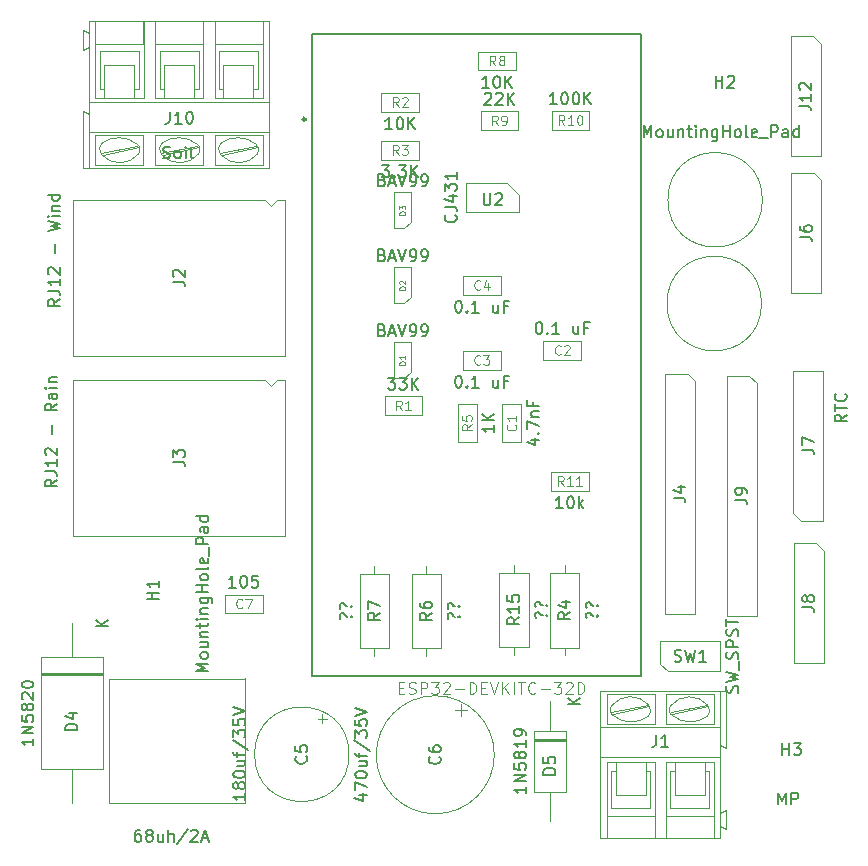
<source format=gbr>
%TF.GenerationSoftware,KiCad,Pcbnew,(5.1.12-1-10_14)*%
%TF.CreationDate,2021-12-21T21:30:39-06:00*%
%TF.ProjectId,Weather,57656174-6865-4722-9e6b-696361645f70,rev?*%
%TF.SameCoordinates,Original*%
%TF.FileFunction,AssemblyDrawing,Top*%
%FSLAX46Y46*%
G04 Gerber Fmt 4.6, Leading zero omitted, Abs format (unit mm)*
G04 Created by KiCad (PCBNEW (5.1.12-1-10_14)) date 2021-12-21 21:30:39*
%MOMM*%
%LPD*%
G01*
G04 APERTURE LIST*
%ADD10C,0.100000*%
%ADD11C,0.280000*%
%ADD12C,0.127000*%
%ADD13C,0.120000*%
%ADD14C,0.150000*%
%ADD15C,0.015000*%
%ADD16C,0.075000*%
G04 APERTURE END LIST*
D10*
%TO.C,R15*%
X145054000Y-118237400D02*
X147554000Y-118237400D01*
X147554000Y-118237400D02*
X147554000Y-111937400D01*
X147554000Y-111937400D02*
X145054000Y-111937400D01*
X145054000Y-111937400D02*
X145054000Y-118237400D01*
X146304000Y-118897400D02*
X146304000Y-118237400D01*
X146304000Y-111277400D02*
X146304000Y-111937400D01*
%TO.C,R4*%
X149346600Y-118288200D02*
X151846600Y-118288200D01*
X151846600Y-118288200D02*
X151846600Y-111988200D01*
X151846600Y-111988200D02*
X149346600Y-111988200D01*
X149346600Y-111988200D02*
X149346600Y-118288200D01*
X150596600Y-118948200D02*
X150596600Y-118288200D01*
X150596600Y-111328200D02*
X150596600Y-111988200D01*
D11*
%TO.C,U1*%
X128690001Y-73565001D02*
G75*
G03*
X128690001Y-73565001I-140000J0D01*
G01*
X128690001Y-73565001D02*
G75*
G03*
X128690001Y-73565001I-140000J0D01*
G01*
D12*
X129200001Y-120715001D02*
X129200001Y-66315001D01*
X157100001Y-120715001D02*
X129200001Y-120715001D01*
X157100001Y-66315001D02*
X157100001Y-120715001D01*
X129200001Y-66315001D02*
X157100001Y-66315001D01*
D10*
%TO.C,SW1*%
X158699200Y-119659400D02*
X158699200Y-117754400D01*
X158699200Y-117754400D02*
X163779200Y-117754400D01*
X163779200Y-117754400D02*
X163779200Y-120294400D01*
X163779200Y-120294400D02*
X159334200Y-120294400D01*
X159334200Y-120294400D02*
X158699200Y-119659400D01*
%TO.C,J12*%
X169748200Y-66548000D02*
X171653200Y-66548000D01*
X171653200Y-66548000D02*
X172288200Y-67183000D01*
X172288200Y-67183000D02*
X172288200Y-76708000D01*
X172288200Y-76708000D02*
X169748200Y-76708000D01*
X169748200Y-76708000D02*
X169748200Y-66548000D01*
%TO.C,J9*%
X164312600Y-95275400D02*
X166217600Y-95275400D01*
X166217600Y-95275400D02*
X166852600Y-95910400D01*
X166852600Y-95910400D02*
X166852600Y-115595400D01*
X166852600Y-115595400D02*
X164312600Y-115595400D01*
X164312600Y-115595400D02*
X164312600Y-95275400D01*
%TO.C,J8*%
X170002200Y-109448600D02*
X171907200Y-109448600D01*
X171907200Y-109448600D02*
X172542200Y-110083600D01*
X172542200Y-110083600D02*
X172542200Y-119608600D01*
X172542200Y-119608600D02*
X170002200Y-119608600D01*
X170002200Y-119608600D02*
X170002200Y-109448600D01*
%TO.C,J7*%
X172491400Y-107543600D02*
X170586400Y-107543600D01*
X170586400Y-107543600D02*
X169951400Y-106908600D01*
X169951400Y-106908600D02*
X169951400Y-94843600D01*
X169951400Y-94843600D02*
X172491400Y-94843600D01*
X172491400Y-94843600D02*
X172491400Y-107543600D01*
%TO.C,J6*%
X169799000Y-78105000D02*
X171704000Y-78105000D01*
X171704000Y-78105000D02*
X172339000Y-78740000D01*
X172339000Y-78740000D02*
X172339000Y-88265000D01*
X172339000Y-88265000D02*
X169799000Y-88265000D01*
X169799000Y-88265000D02*
X169799000Y-78105000D01*
%TO.C,J4*%
X159105600Y-95123000D02*
X161010600Y-95123000D01*
X161010600Y-95123000D02*
X161645600Y-95758000D01*
X161645600Y-95758000D02*
X161645600Y-115443000D01*
X161645600Y-115443000D02*
X159105600Y-115443000D01*
X159105600Y-115443000D02*
X159105600Y-95123000D01*
%TO.C,J1*%
X159544600Y-127969200D02*
X162854600Y-127969200D01*
X159164600Y-127969200D02*
X159544600Y-127969200D01*
X163234600Y-127969200D02*
X162854600Y-127969200D01*
X162854600Y-127579200D02*
X159544600Y-127579200D01*
X163794600Y-127579200D02*
X162854600Y-127579200D01*
X157844600Y-127579200D02*
X159544600Y-127579200D01*
X154544600Y-127579200D02*
X157844600Y-127579200D01*
X153604600Y-127579200D02*
X154544600Y-127579200D01*
X157844600Y-127969200D02*
X154544600Y-127969200D01*
X158224600Y-127969200D02*
X157844600Y-127969200D01*
X154164600Y-127969200D02*
X154544600Y-127969200D01*
X154694600Y-123899200D02*
X157744600Y-123269200D01*
X154564600Y-123769200D02*
X157624600Y-123139200D01*
X159704600Y-123899200D02*
X162744600Y-123269200D01*
X159574600Y-123769200D02*
X162624600Y-123139200D01*
X158224600Y-122249200D02*
X154164600Y-122249200D01*
X154164600Y-124789200D02*
X154164600Y-122249200D01*
X158224600Y-124789200D02*
X154164600Y-124789200D01*
X158224600Y-124789200D02*
X158224600Y-122249200D01*
X163234600Y-124789200D02*
X159164600Y-124789200D01*
X163234600Y-122249200D02*
X163234600Y-124789200D01*
X159164600Y-122249200D02*
X163234600Y-122249200D01*
X159164600Y-124789200D02*
X159164600Y-122249200D01*
X163794600Y-125049200D02*
X163794600Y-126569200D01*
X153604600Y-125049200D02*
X153604600Y-121999200D01*
X153604600Y-125049200D02*
X163794600Y-125049200D01*
X163794600Y-127579200D02*
X163794600Y-132279200D01*
X163794600Y-126569200D02*
X163794600Y-127579200D01*
X153604600Y-127579200D02*
X153604600Y-125049200D01*
X153604600Y-134439200D02*
X153604600Y-127579200D01*
X162854600Y-128729200D02*
X162464600Y-128729200D01*
X159544600Y-128729200D02*
X159924600Y-128729200D01*
X157844600Y-128729200D02*
X157464600Y-128729200D01*
X154544600Y-128729200D02*
X154924600Y-128729200D01*
X154544600Y-131899200D02*
X154544600Y-128729200D01*
X157844600Y-131899200D02*
X154544600Y-131899200D01*
X157844600Y-131899200D02*
X157844600Y-128729200D01*
X159544600Y-131899200D02*
X159544600Y-128729200D01*
X162854600Y-131899200D02*
X159544600Y-131899200D01*
X162854600Y-131899200D02*
X162854600Y-128729200D01*
X154164600Y-132539200D02*
X154164600Y-134439200D01*
X158224600Y-132539200D02*
X158224600Y-127969200D01*
X158224600Y-132539200D02*
X154164600Y-132539200D01*
X163234600Y-132539200D02*
X163234600Y-134439200D01*
X159164600Y-132539200D02*
X159164600Y-127969200D01*
X159164600Y-132539200D02*
X163234600Y-132539200D01*
X154164600Y-134439200D02*
X158224600Y-134439200D01*
X153604600Y-134439200D02*
X154164600Y-134439200D01*
X154164600Y-127969200D02*
X154164600Y-132539200D01*
X158224600Y-134439200D02*
X159164600Y-134439200D01*
X158224600Y-134439200D02*
X158224600Y-132539200D01*
X163234600Y-134439200D02*
X163794600Y-134439200D01*
X159164600Y-134439200D02*
X163234600Y-134439200D01*
X163234600Y-127969200D02*
X163234600Y-132539200D01*
X159164600Y-134439200D02*
X159164600Y-132539200D01*
X164294600Y-132029200D02*
X164294600Y-133679200D01*
X163794600Y-132279200D02*
X163794600Y-133429200D01*
X164294600Y-132029200D02*
X163794600Y-132279200D01*
X163794600Y-133429200D02*
X163794600Y-134439200D01*
X164294600Y-133679200D02*
X163794600Y-133429200D01*
X164294600Y-126819200D02*
X163794600Y-126569200D01*
X164294600Y-121999200D02*
X164294600Y-126819200D01*
X163794600Y-121999200D02*
X164294600Y-121999200D01*
X163794600Y-121999200D02*
X153604600Y-121999200D01*
X163794600Y-121999200D02*
X163794600Y-125049200D01*
X159924600Y-130759200D02*
X159924600Y-127969200D01*
X159924600Y-127969200D02*
X162464600Y-127969200D01*
X162464600Y-130759200D02*
X162464600Y-127969200D01*
X159924600Y-130759200D02*
X162464600Y-130759200D01*
X154924600Y-130759200D02*
X154924600Y-127969200D01*
X154924600Y-127969200D02*
X157464600Y-127969200D01*
X157464600Y-130759200D02*
X157464600Y-127969200D01*
X154924600Y-130759200D02*
X157464600Y-130759200D01*
X162670132Y-124143195D02*
G75*
G03*
X162724600Y-123169200I-455532J513995D01*
G01*
X159732267Y-124050937D02*
G75*
G03*
X162714600Y-124099200I1522333J1901737D01*
G01*
X162722839Y-123157513D02*
G75*
G03*
X159574600Y-123219200I-1548239J-1351687D01*
G01*
X159621628Y-123160501D02*
G75*
G03*
X159764600Y-124089200I432972J-408699D01*
G01*
X157670220Y-124133196D02*
G75*
G03*
X157714600Y-123169200I-455620J503996D01*
G01*
X154724771Y-124060618D02*
G75*
G03*
X157714600Y-124099200I1519829J1911418D01*
G01*
X157724576Y-123147666D02*
G75*
G03*
X154564600Y-123219200I-1549976J-1361534D01*
G01*
X154621628Y-123160501D02*
G75*
G03*
X154764600Y-124089200I432972J-408699D01*
G01*
%TO.C,C6*%
X144649200Y-127366400D02*
G75*
G03*
X144649200Y-127366400I-5000000J0D01*
G01*
X141836700Y-123077539D02*
X141836700Y-124077539D01*
X142336700Y-123577539D02*
X141336700Y-123577539D01*
%TO.C,D5*%
X150702000Y-125314400D02*
X148002000Y-125314400D01*
X148002000Y-125314400D02*
X148002000Y-130514400D01*
X148002000Y-130514400D02*
X150702000Y-130514400D01*
X150702000Y-130514400D02*
X150702000Y-125314400D01*
X149352000Y-122834400D02*
X149352000Y-125314400D01*
X149352000Y-132994400D02*
X149352000Y-130514400D01*
X150702000Y-126094400D02*
X148002000Y-126094400D01*
X150702000Y-126194400D02*
X148002000Y-126194400D01*
X150702000Y-125994400D02*
X148002000Y-125994400D01*
%TO.C,C4*%
X145199300Y-88430000D02*
X141999300Y-88430000D01*
X145199300Y-86830000D02*
X145199300Y-88430000D01*
X141999300Y-86830000D02*
X145199300Y-86830000D01*
X141999300Y-88430000D02*
X141999300Y-86830000D01*
%TO.C,C3*%
X145199300Y-94780000D02*
X141999300Y-94780000D01*
X145199300Y-93180000D02*
X145199300Y-94780000D01*
X141999300Y-93180000D02*
X145199300Y-93180000D01*
X141999300Y-94780000D02*
X141999300Y-93180000D01*
%TO.C,C2*%
X148806500Y-92341800D02*
X152006500Y-92341800D01*
X148806500Y-93941800D02*
X148806500Y-92341800D01*
X152006500Y-93941800D02*
X148806500Y-93941800D01*
X152006500Y-92341800D02*
X152006500Y-93941800D01*
D13*
%TO.C,L1*%
X123555200Y-120879400D02*
X123555200Y-131454400D01*
X112055200Y-120954400D02*
X112055200Y-131454400D01*
X112055200Y-131454400D02*
X123555200Y-131454400D01*
X123555200Y-120954400D02*
X112055200Y-120954400D01*
%TO.C,J11*%
X167347400Y-80374800D02*
G75*
G03*
X167347400Y-80374800I-4000000J0D01*
G01*
%TO.C,J5*%
X167271200Y-89163200D02*
G75*
G03*
X167271200Y-89163200I-4000000J0D01*
G01*
D10*
%TO.C,D4*%
X111489800Y-120425400D02*
X106289800Y-120425400D01*
X111489800Y-120625400D02*
X106289800Y-120625400D01*
X111489800Y-120525400D02*
X106289800Y-120525400D01*
X108889800Y-131470400D02*
X108889800Y-128600400D01*
X108889800Y-116230400D02*
X108889800Y-119100400D01*
X111489800Y-128600400D02*
X111489800Y-119100400D01*
X106289800Y-128600400D02*
X111489800Y-128600400D01*
X106289800Y-119100400D02*
X106289800Y-128600400D01*
X111489800Y-119100400D02*
X106289800Y-119100400D01*
%TO.C,C7*%
X121830900Y-113804800D02*
X125030900Y-113804800D01*
X121830900Y-115404800D02*
X121830900Y-113804800D01*
X125030900Y-115404800D02*
X121830900Y-115404800D01*
X125030900Y-113804800D02*
X125030900Y-115404800D01*
%TO.C,C5*%
X130493700Y-124300841D02*
X129693700Y-124300841D01*
X130093700Y-123900841D02*
X130093700Y-124700841D01*
X132346200Y-127327600D02*
G75*
G03*
X132346200Y-127327600I-4000000J0D01*
G01*
%TO.C,C1*%
X146926200Y-97676300D02*
X146926200Y-100876300D01*
X145326200Y-97676300D02*
X146926200Y-97676300D01*
X145326200Y-100876300D02*
X145326200Y-97676300D01*
X146926200Y-100876300D02*
X145326200Y-100876300D01*
%TO.C,D1*%
X137590000Y-94930000D02*
X137590000Y-92480000D01*
X137040000Y-95500000D02*
X136190000Y-95500000D01*
X137590000Y-94930000D02*
X137040000Y-95500000D01*
X136190000Y-95500000D02*
X136190000Y-92460000D01*
X137590000Y-92460000D02*
X136190000Y-92460000D01*
%TO.C,D2*%
X137590000Y-86110000D02*
X136190000Y-86110000D01*
X136190000Y-89150000D02*
X136190000Y-86110000D01*
X137590000Y-88580000D02*
X137040000Y-89150000D01*
X137040000Y-89150000D02*
X136190000Y-89150000D01*
X137590000Y-88580000D02*
X137590000Y-86130000D01*
%TO.C,D3*%
X137590000Y-79760000D02*
X136190000Y-79760000D01*
X136190000Y-82800000D02*
X136190000Y-79760000D01*
X137590000Y-82230000D02*
X137040000Y-82800000D01*
X137040000Y-82800000D02*
X136190000Y-82800000D01*
X137590000Y-82230000D02*
X137590000Y-79780000D01*
%TO.C,J2*%
X108960000Y-80390000D02*
X125210000Y-80390000D01*
X126960000Y-80390000D02*
X126960000Y-93590000D01*
X126960000Y-93590000D02*
X108960000Y-93590000D01*
X108960000Y-93590000D02*
X108960000Y-80390000D01*
X125210000Y-80390000D02*
X125710000Y-80890000D01*
X125710000Y-80890000D02*
X126210000Y-80390000D01*
X126210000Y-80390000D02*
X126960000Y-80390000D01*
%TO.C,J3*%
X126210000Y-95630000D02*
X126960000Y-95630000D01*
X125710000Y-96130000D02*
X126210000Y-95630000D01*
X125210000Y-95630000D02*
X125710000Y-96130000D01*
X108960000Y-108830000D02*
X108960000Y-95630000D01*
X126960000Y-108830000D02*
X108960000Y-108830000D01*
X126960000Y-95630000D02*
X126960000Y-108830000D01*
X108960000Y-95630000D02*
X125210000Y-95630000D01*
%TO.C,J10*%
X119639200Y-71735600D02*
X116339200Y-71735600D01*
X120019200Y-71735600D02*
X119639200Y-71735600D01*
X115959200Y-71735600D02*
X116339200Y-71735600D01*
X121339200Y-71735600D02*
X124649200Y-71735600D01*
X120959200Y-71735600D02*
X121339200Y-71735600D01*
X125029200Y-71735600D02*
X124649200Y-71735600D01*
X124489200Y-75805600D02*
X121449200Y-76435600D01*
X124619200Y-75935600D02*
X121569200Y-76565600D01*
X119489200Y-75805600D02*
X116439200Y-76435600D01*
X119619200Y-75935600D02*
X116569200Y-76565600D01*
X120959200Y-77455600D02*
X125029200Y-77455600D01*
X125029200Y-74915600D02*
X125029200Y-77455600D01*
X120959200Y-74915600D02*
X125029200Y-74915600D01*
X120959200Y-74915600D02*
X120959200Y-77455600D01*
X115959200Y-74915600D02*
X120019200Y-74915600D01*
X115959200Y-77455600D02*
X115959200Y-74915600D01*
X120019200Y-77455600D02*
X115959200Y-77455600D01*
X120019200Y-74915600D02*
X120019200Y-77455600D01*
X125559200Y-74665600D02*
X125559200Y-77705600D01*
X125559200Y-74665600D02*
X115399200Y-74665600D01*
X125559200Y-72125600D02*
X125559200Y-74665600D01*
X125559200Y-65265600D02*
X125559200Y-72125600D01*
X116339200Y-70975600D02*
X116719200Y-70975600D01*
X119639200Y-70975600D02*
X119259200Y-70975600D01*
X121339200Y-70975600D02*
X121719200Y-70975600D01*
X124649200Y-70975600D02*
X124259200Y-70975600D01*
X124649200Y-67805600D02*
X124649200Y-70975600D01*
X121339200Y-67805600D02*
X124649200Y-67805600D01*
X121339200Y-67805600D02*
X121339200Y-70975600D01*
X119639200Y-67805600D02*
X119639200Y-70975600D01*
X116339200Y-67805600D02*
X119639200Y-67805600D01*
X116339200Y-67805600D02*
X116339200Y-70975600D01*
X125029200Y-67165600D02*
X125029200Y-65265600D01*
X120959200Y-67165600D02*
X120959200Y-71735600D01*
X120959200Y-67165600D02*
X125029200Y-67165600D01*
X115959200Y-67165600D02*
X115959200Y-65265600D01*
X120019200Y-67165600D02*
X120019200Y-71735600D01*
X120019200Y-67165600D02*
X115959200Y-67165600D01*
X125029200Y-65265600D02*
X120959200Y-65265600D01*
X125559200Y-65265600D02*
X125029200Y-65265600D01*
X125029200Y-71735600D02*
X125029200Y-67165600D01*
X120959200Y-65265600D02*
X120019200Y-65265600D01*
X120959200Y-65265600D02*
X120959200Y-67165600D01*
X115959200Y-65265600D02*
X115399200Y-65265600D01*
X120019200Y-65265600D02*
X115959200Y-65265600D01*
X115959200Y-71735600D02*
X115959200Y-67165600D01*
X120019200Y-65265600D02*
X120019200Y-67165600D01*
X114959200Y-67425600D02*
X114959200Y-66275600D01*
X114959200Y-66275600D02*
X114959200Y-65265600D01*
X119259200Y-68945600D02*
X119259200Y-71735600D01*
X119259200Y-71735600D02*
X116719200Y-71735600D01*
X116719200Y-68945600D02*
X116719200Y-71735600D01*
X119259200Y-68945600D02*
X116719200Y-68945600D01*
X124259200Y-68945600D02*
X124259200Y-71735600D01*
X124259200Y-71735600D02*
X121719200Y-71735600D01*
X121719200Y-68945600D02*
X121719200Y-71735600D01*
X124259200Y-68945600D02*
X121719200Y-68945600D01*
X114179200Y-68945600D02*
X111639200Y-68945600D01*
X111639200Y-68945600D02*
X111639200Y-71735600D01*
X114179200Y-71735600D02*
X111639200Y-71735600D01*
X114179200Y-68945600D02*
X114179200Y-71735600D01*
X110319200Y-77705600D02*
X110319200Y-74665600D01*
X110319200Y-77705600D02*
X109809200Y-77705600D01*
X109809200Y-77705600D02*
X109809200Y-72885600D01*
X109809200Y-72885600D02*
X110319200Y-73135600D01*
X109809200Y-66025600D02*
X110319200Y-66275600D01*
X110319200Y-66275600D02*
X110319200Y-65265600D01*
X109809200Y-67675600D02*
X110319200Y-67425600D01*
X110319200Y-67425600D02*
X110319200Y-66275600D01*
X109809200Y-67675600D02*
X109809200Y-66025600D01*
X114939200Y-65265600D02*
X114939200Y-67165600D01*
X110879200Y-71735600D02*
X110879200Y-67165600D01*
X110879200Y-65265600D02*
X110319200Y-65265600D01*
X114939200Y-67165600D02*
X110879200Y-67165600D01*
X110879200Y-67165600D02*
X110879200Y-65265600D01*
X111259200Y-67805600D02*
X111259200Y-70975600D01*
X111259200Y-67805600D02*
X114559200Y-67805600D01*
X114559200Y-67805600D02*
X114559200Y-70975600D01*
X114559200Y-70975600D02*
X114179200Y-70975600D01*
X111259200Y-70975600D02*
X111639200Y-70975600D01*
X110319200Y-73135600D02*
X110319200Y-72125600D01*
X110319200Y-72125600D02*
X110319200Y-67425600D01*
X110319200Y-74665600D02*
X110319200Y-73135600D01*
X114939200Y-74915600D02*
X114939200Y-77455600D01*
X114939200Y-77455600D02*
X110879200Y-77455600D01*
X110879200Y-77455600D02*
X110879200Y-74915600D01*
X110879200Y-74915600D02*
X114939200Y-74915600D01*
X114539200Y-75935600D02*
X111489200Y-76565600D01*
X114409200Y-75805600D02*
X111359200Y-76435600D01*
X110879200Y-71735600D02*
X111259200Y-71735600D01*
X114939200Y-71735600D02*
X114559200Y-71735600D01*
X114559200Y-71735600D02*
X111259200Y-71735600D01*
X125559200Y-77705600D02*
X110319200Y-77705600D01*
X115399200Y-74665600D02*
X110379200Y-74665600D01*
X110889200Y-65265600D02*
X115399200Y-65265600D01*
X114959200Y-67485600D02*
X114959200Y-71735600D01*
X110319200Y-72125600D02*
X125499200Y-72125600D01*
X114482172Y-76544299D02*
G75*
G03*
X114339200Y-75615600I-432972J408699D01*
G01*
X111390961Y-76547287D02*
G75*
G03*
X114539200Y-76485600I1548239J1351687D01*
G01*
X114381533Y-75653863D02*
G75*
G03*
X111399200Y-75605600I-1522333J-1901737D01*
G01*
X111433580Y-75571604D02*
G75*
G03*
X111389200Y-76535600I455620J-503996D01*
G01*
X116513580Y-75571604D02*
G75*
G03*
X116469200Y-76535600I455620J-503996D01*
G01*
X119461533Y-75653863D02*
G75*
G03*
X116479200Y-75605600I-1522333J-1901737D01*
G01*
X116470961Y-76547287D02*
G75*
G03*
X119619200Y-76485600I1548239J1351687D01*
G01*
X119562172Y-76544299D02*
G75*
G03*
X119419200Y-75615600I-432972J408699D01*
G01*
X121523668Y-75561605D02*
G75*
G03*
X121469200Y-76535600I455532J-513995D01*
G01*
X124461533Y-75653863D02*
G75*
G03*
X121479200Y-75605600I-1522333J-1901737D01*
G01*
X121470961Y-76547287D02*
G75*
G03*
X124619200Y-76485600I1548239J1351687D01*
G01*
X124574626Y-76534605D02*
G75*
G03*
X124419200Y-75615600I-435426J399005D01*
G01*
%TO.C,R1*%
X138556200Y-97015400D02*
X138556200Y-98615400D01*
X138556200Y-98615400D02*
X135356200Y-98615400D01*
X135356200Y-98615400D02*
X135356200Y-97015400D01*
X135356200Y-97015400D02*
X138556200Y-97015400D01*
%TO.C,R2*%
X135078000Y-72936000D02*
X135078000Y-71336000D01*
X135078000Y-71336000D02*
X138278000Y-71336000D01*
X138278000Y-71336000D02*
X138278000Y-72936000D01*
X138278000Y-72936000D02*
X135078000Y-72936000D01*
%TO.C,R3*%
X135078000Y-77000000D02*
X135078000Y-75400000D01*
X135078000Y-75400000D02*
X138278000Y-75400000D01*
X138278000Y-75400000D02*
X138278000Y-77000000D01*
X138278000Y-77000000D02*
X135078000Y-77000000D01*
%TO.C,R5*%
X143167000Y-97663800D02*
X143167000Y-100863800D01*
X141567000Y-97663800D02*
X143167000Y-97663800D01*
X141567000Y-100863800D02*
X141567000Y-97663800D01*
X143167000Y-100863800D02*
X141567000Y-100863800D01*
%TO.C,R6*%
X137637200Y-118339000D02*
X140137200Y-118339000D01*
X140137200Y-118339000D02*
X140137200Y-112039000D01*
X140137200Y-112039000D02*
X137637200Y-112039000D01*
X137637200Y-112039000D02*
X137637200Y-118339000D01*
X138887200Y-118999000D02*
X138887200Y-118339000D01*
X138887200Y-111379000D02*
X138887200Y-112039000D01*
%TO.C,R7*%
X134493000Y-118999000D02*
X134493000Y-118339000D01*
X134493000Y-111379000D02*
X134493000Y-112039000D01*
X135743000Y-118339000D02*
X135743000Y-112039000D01*
X133243000Y-118339000D02*
X135743000Y-118339000D01*
X133243000Y-112039000D02*
X133243000Y-118339000D01*
X135743000Y-112039000D02*
X133243000Y-112039000D01*
%TO.C,R8*%
X143281000Y-69430800D02*
X143281000Y-67830800D01*
X143281000Y-67830800D02*
X146481000Y-67830800D01*
X146481000Y-67830800D02*
X146481000Y-69430800D01*
X146481000Y-69430800D02*
X143281000Y-69430800D01*
%TO.C,R9*%
X146684200Y-72885400D02*
X146684200Y-74485400D01*
X146684200Y-74485400D02*
X143484200Y-74485400D01*
X143484200Y-74485400D02*
X143484200Y-72885400D01*
X143484200Y-72885400D02*
X146684200Y-72885400D01*
%TO.C,R10*%
X149505200Y-72860000D02*
X152705200Y-72860000D01*
X149505200Y-74460000D02*
X149505200Y-72860000D01*
X152705200Y-74460000D02*
X149505200Y-74460000D01*
X152705200Y-72860000D02*
X152705200Y-74460000D01*
%TO.C,R11*%
X152627800Y-105016200D02*
X149427800Y-105016200D01*
X152627800Y-103416200D02*
X152627800Y-105016200D01*
X149427800Y-103416200D02*
X152627800Y-103416200D01*
X149427800Y-105016200D02*
X149427800Y-103416200D01*
%TO.C,U2*%
X146750600Y-79933000D02*
X146750600Y-81433000D01*
X142250600Y-78933000D02*
X145750600Y-78933000D01*
X142250600Y-81433000D02*
X142250600Y-78933000D01*
X146750600Y-81433000D02*
X142250600Y-81433000D01*
X145750600Y-78933000D02*
X146750600Y-79933000D01*
%TD*%
%TO.C,H3*%
D14*
X168660866Y-131576180D02*
X168660866Y-130576180D01*
X168994200Y-131290466D01*
X169327533Y-130576180D01*
X169327533Y-131576180D01*
X169803723Y-131576180D02*
X169803723Y-130576180D01*
X170184676Y-130576180D01*
X170279914Y-130623800D01*
X170327533Y-130671419D01*
X170375152Y-130766657D01*
X170375152Y-130909514D01*
X170327533Y-131004752D01*
X170279914Y-131052371D01*
X170184676Y-131099990D01*
X169803723Y-131099990D01*
X169032295Y-127376180D02*
X169032295Y-126376180D01*
X169032295Y-126852371D02*
X169603723Y-126852371D01*
X169603723Y-127376180D02*
X169603723Y-126376180D01*
X169984676Y-126376180D02*
X170603723Y-126376180D01*
X170270390Y-126757133D01*
X170413247Y-126757133D01*
X170508485Y-126804752D01*
X170556104Y-126852371D01*
X170603723Y-126947609D01*
X170603723Y-127185704D01*
X170556104Y-127280942D01*
X170508485Y-127328561D01*
X170413247Y-127376180D01*
X170127533Y-127376180D01*
X170032295Y-127328561D01*
X169984676Y-127280942D01*
%TO.C,R15*%
X149031142Y-115563590D02*
X149078761Y-115515971D01*
X149126380Y-115563590D01*
X149078761Y-115611209D01*
X149031142Y-115563590D01*
X149126380Y-115563590D01*
X148174000Y-115754066D02*
X148126380Y-115658828D01*
X148126380Y-115420733D01*
X148174000Y-115325495D01*
X148269238Y-115277876D01*
X148364476Y-115277876D01*
X148459714Y-115325495D01*
X148507333Y-115373114D01*
X148554952Y-115468352D01*
X148602571Y-115515971D01*
X148697809Y-115563590D01*
X148745428Y-115563590D01*
X149031142Y-114706447D02*
X149078761Y-114658828D01*
X149126380Y-114706447D01*
X149078761Y-114754066D01*
X149031142Y-114706447D01*
X149126380Y-114706447D01*
X148174000Y-114896923D02*
X148126380Y-114801685D01*
X148126380Y-114563590D01*
X148174000Y-114468352D01*
X148269238Y-114420733D01*
X148364476Y-114420733D01*
X148459714Y-114468352D01*
X148507333Y-114515971D01*
X148554952Y-114611209D01*
X148602571Y-114658828D01*
X148697809Y-114706447D01*
X148745428Y-114706447D01*
X146756380Y-115730257D02*
X146280190Y-116063590D01*
X146756380Y-116301685D02*
X145756380Y-116301685D01*
X145756380Y-115920733D01*
X145804000Y-115825495D01*
X145851619Y-115777876D01*
X145946857Y-115730257D01*
X146089714Y-115730257D01*
X146184952Y-115777876D01*
X146232571Y-115825495D01*
X146280190Y-115920733D01*
X146280190Y-116301685D01*
X146756380Y-114777876D02*
X146756380Y-115349304D01*
X146756380Y-115063590D02*
X145756380Y-115063590D01*
X145899238Y-115158828D01*
X145994476Y-115254066D01*
X146042095Y-115349304D01*
X145756380Y-113873114D02*
X145756380Y-114349304D01*
X146232571Y-114396923D01*
X146184952Y-114349304D01*
X146137333Y-114254066D01*
X146137333Y-114015971D01*
X146184952Y-113920733D01*
X146232571Y-113873114D01*
X146327809Y-113825495D01*
X146565904Y-113825495D01*
X146661142Y-113873114D01*
X146708761Y-113920733D01*
X146756380Y-114015971D01*
X146756380Y-114254066D01*
X146708761Y-114349304D01*
X146661142Y-114396923D01*
%TO.C,R4*%
X153323742Y-115614390D02*
X153371361Y-115566771D01*
X153418980Y-115614390D01*
X153371361Y-115662009D01*
X153323742Y-115614390D01*
X153418980Y-115614390D01*
X152466600Y-115804866D02*
X152418980Y-115709628D01*
X152418980Y-115471533D01*
X152466600Y-115376295D01*
X152561838Y-115328676D01*
X152657076Y-115328676D01*
X152752314Y-115376295D01*
X152799933Y-115423914D01*
X152847552Y-115519152D01*
X152895171Y-115566771D01*
X152990409Y-115614390D01*
X153038028Y-115614390D01*
X153323742Y-114757247D02*
X153371361Y-114709628D01*
X153418980Y-114757247D01*
X153371361Y-114804866D01*
X153323742Y-114757247D01*
X153418980Y-114757247D01*
X152466600Y-114947723D02*
X152418980Y-114852485D01*
X152418980Y-114614390D01*
X152466600Y-114519152D01*
X152561838Y-114471533D01*
X152657076Y-114471533D01*
X152752314Y-114519152D01*
X152799933Y-114566771D01*
X152847552Y-114662009D01*
X152895171Y-114709628D01*
X152990409Y-114757247D01*
X153038028Y-114757247D01*
X151048980Y-115304866D02*
X150572790Y-115638200D01*
X151048980Y-115876295D02*
X150048980Y-115876295D01*
X150048980Y-115495342D01*
X150096600Y-115400104D01*
X150144219Y-115352485D01*
X150239457Y-115304866D01*
X150382314Y-115304866D01*
X150477552Y-115352485D01*
X150525171Y-115400104D01*
X150572790Y-115495342D01*
X150572790Y-115876295D01*
X150382314Y-114447723D02*
X151048980Y-114447723D01*
X150001361Y-114685819D02*
X150715647Y-114923914D01*
X150715647Y-114304866D01*
%TO.C,U1*%
D15*
X136549826Y-121688032D02*
X136883508Y-121688032D01*
X137026515Y-122212390D02*
X136549826Y-122212390D01*
X136549826Y-121211343D01*
X137026515Y-121211343D01*
X137407866Y-122164721D02*
X137550873Y-122212390D01*
X137789217Y-122212390D01*
X137884555Y-122164721D01*
X137932224Y-122117052D01*
X137979893Y-122021714D01*
X137979893Y-121926377D01*
X137932224Y-121831039D01*
X137884555Y-121783370D01*
X137789217Y-121735701D01*
X137598542Y-121688032D01*
X137503204Y-121640363D01*
X137455535Y-121592694D01*
X137407866Y-121497357D01*
X137407866Y-121402019D01*
X137455535Y-121306681D01*
X137503204Y-121259012D01*
X137598542Y-121211343D01*
X137836886Y-121211343D01*
X137979893Y-121259012D01*
X138408913Y-122212390D02*
X138408913Y-121211343D01*
X138790264Y-121211343D01*
X138885602Y-121259012D01*
X138933271Y-121306681D01*
X138980940Y-121402019D01*
X138980940Y-121545025D01*
X138933271Y-121640363D01*
X138885602Y-121688032D01*
X138790264Y-121735701D01*
X138408913Y-121735701D01*
X139314622Y-121211343D02*
X139934318Y-121211343D01*
X139600636Y-121592694D01*
X139743642Y-121592694D01*
X139838980Y-121640363D01*
X139886649Y-121688032D01*
X139934318Y-121783370D01*
X139934318Y-122021714D01*
X139886649Y-122117052D01*
X139838980Y-122164721D01*
X139743642Y-122212390D01*
X139457629Y-122212390D01*
X139362291Y-122164721D01*
X139314622Y-122117052D01*
X140315669Y-121306681D02*
X140363338Y-121259012D01*
X140458676Y-121211343D01*
X140697020Y-121211343D01*
X140792358Y-121259012D01*
X140840027Y-121306681D01*
X140887696Y-121402019D01*
X140887696Y-121497357D01*
X140840027Y-121640363D01*
X140268000Y-122212390D01*
X140887696Y-122212390D01*
X141316716Y-121831039D02*
X142079419Y-121831039D01*
X142556108Y-122212390D02*
X142556108Y-121211343D01*
X142794452Y-121211343D01*
X142937459Y-121259012D01*
X143032797Y-121354350D01*
X143080466Y-121449688D01*
X143128135Y-121640363D01*
X143128135Y-121783370D01*
X143080466Y-121974046D01*
X143032797Y-122069383D01*
X142937459Y-122164721D01*
X142794452Y-122212390D01*
X142556108Y-122212390D01*
X143557155Y-121688032D02*
X143890837Y-121688032D01*
X144033844Y-122212390D02*
X143557155Y-122212390D01*
X143557155Y-121211343D01*
X144033844Y-121211343D01*
X144319857Y-121211343D02*
X144653539Y-122212390D01*
X144987222Y-121211343D01*
X145320904Y-122212390D02*
X145320904Y-121211343D01*
X145892931Y-122212390D02*
X145463911Y-121640363D01*
X145892931Y-121211343D02*
X145320904Y-121783370D01*
X146321951Y-122212390D02*
X146321951Y-121211343D01*
X146655633Y-121211343D02*
X147227660Y-121211343D01*
X146941647Y-122212390D02*
X146941647Y-121211343D01*
X148133370Y-122117052D02*
X148085701Y-122164721D01*
X147942694Y-122212390D01*
X147847356Y-122212390D01*
X147704349Y-122164721D01*
X147609012Y-122069383D01*
X147561343Y-121974046D01*
X147513674Y-121783370D01*
X147513674Y-121640363D01*
X147561343Y-121449688D01*
X147609012Y-121354350D01*
X147704349Y-121259012D01*
X147847356Y-121211343D01*
X147942694Y-121211343D01*
X148085701Y-121259012D01*
X148133370Y-121306681D01*
X148562390Y-121831039D02*
X149325092Y-121831039D01*
X149706443Y-121211343D02*
X150326139Y-121211343D01*
X149992457Y-121592694D01*
X150135464Y-121592694D01*
X150230801Y-121640363D01*
X150278470Y-121688032D01*
X150326139Y-121783370D01*
X150326139Y-122021714D01*
X150278470Y-122117052D01*
X150230801Y-122164721D01*
X150135464Y-122212390D01*
X149849450Y-122212390D01*
X149754112Y-122164721D01*
X149706443Y-122117052D01*
X150707490Y-121306681D02*
X150755159Y-121259012D01*
X150850497Y-121211343D01*
X151088842Y-121211343D01*
X151184179Y-121259012D01*
X151231848Y-121306681D01*
X151279517Y-121402019D01*
X151279517Y-121497357D01*
X151231848Y-121640363D01*
X150659821Y-122212390D01*
X151279517Y-122212390D01*
X151708537Y-122212390D02*
X151708537Y-121211343D01*
X151946882Y-121211343D01*
X152089889Y-121259012D01*
X152185226Y-121354350D01*
X152232895Y-121449688D01*
X152280564Y-121640363D01*
X152280564Y-121783370D01*
X152232895Y-121974046D01*
X152185226Y-122069383D01*
X152089889Y-122164721D01*
X151946882Y-122212390D01*
X151708537Y-122212390D01*
%TO.C,SW1*%
D14*
X165243961Y-122095828D02*
X165291580Y-121952971D01*
X165291580Y-121714876D01*
X165243961Y-121619638D01*
X165196342Y-121572019D01*
X165101104Y-121524400D01*
X165005866Y-121524400D01*
X164910628Y-121572019D01*
X164863009Y-121619638D01*
X164815390Y-121714876D01*
X164767771Y-121905352D01*
X164720152Y-122000590D01*
X164672533Y-122048209D01*
X164577295Y-122095828D01*
X164482057Y-122095828D01*
X164386819Y-122048209D01*
X164339200Y-122000590D01*
X164291580Y-121905352D01*
X164291580Y-121667257D01*
X164339200Y-121524400D01*
X164291580Y-121191066D02*
X165291580Y-120952971D01*
X164577295Y-120762495D01*
X165291580Y-120572019D01*
X164291580Y-120333923D01*
X165386819Y-120191066D02*
X165386819Y-119429161D01*
X165243961Y-119238685D02*
X165291580Y-119095828D01*
X165291580Y-118857733D01*
X165243961Y-118762495D01*
X165196342Y-118714876D01*
X165101104Y-118667257D01*
X165005866Y-118667257D01*
X164910628Y-118714876D01*
X164863009Y-118762495D01*
X164815390Y-118857733D01*
X164767771Y-119048209D01*
X164720152Y-119143447D01*
X164672533Y-119191066D01*
X164577295Y-119238685D01*
X164482057Y-119238685D01*
X164386819Y-119191066D01*
X164339200Y-119143447D01*
X164291580Y-119048209D01*
X164291580Y-118810114D01*
X164339200Y-118667257D01*
X165291580Y-118238685D02*
X164291580Y-118238685D01*
X164291580Y-117857733D01*
X164339200Y-117762495D01*
X164386819Y-117714876D01*
X164482057Y-117667257D01*
X164624914Y-117667257D01*
X164720152Y-117714876D01*
X164767771Y-117762495D01*
X164815390Y-117857733D01*
X164815390Y-118238685D01*
X165243961Y-117286304D02*
X165291580Y-117143447D01*
X165291580Y-116905352D01*
X165243961Y-116810114D01*
X165196342Y-116762495D01*
X165101104Y-116714876D01*
X165005866Y-116714876D01*
X164910628Y-116762495D01*
X164863009Y-116810114D01*
X164815390Y-116905352D01*
X164767771Y-117095828D01*
X164720152Y-117191066D01*
X164672533Y-117238685D01*
X164577295Y-117286304D01*
X164482057Y-117286304D01*
X164386819Y-117238685D01*
X164339200Y-117191066D01*
X164291580Y-117095828D01*
X164291580Y-116857733D01*
X164339200Y-116714876D01*
X164291580Y-116429161D02*
X164291580Y-115857733D01*
X165291580Y-116143447D02*
X164291580Y-116143447D01*
X159905866Y-119429161D02*
X160048723Y-119476780D01*
X160286819Y-119476780D01*
X160382057Y-119429161D01*
X160429676Y-119381542D01*
X160477295Y-119286304D01*
X160477295Y-119191066D01*
X160429676Y-119095828D01*
X160382057Y-119048209D01*
X160286819Y-119000590D01*
X160096342Y-118952971D01*
X160001104Y-118905352D01*
X159953485Y-118857733D01*
X159905866Y-118762495D01*
X159905866Y-118667257D01*
X159953485Y-118572019D01*
X160001104Y-118524400D01*
X160096342Y-118476780D01*
X160334438Y-118476780D01*
X160477295Y-118524400D01*
X160810628Y-118476780D02*
X161048723Y-119476780D01*
X161239200Y-118762495D01*
X161429676Y-119476780D01*
X161667771Y-118476780D01*
X162572533Y-119476780D02*
X162001104Y-119476780D01*
X162286819Y-119476780D02*
X162286819Y-118476780D01*
X162191580Y-118619638D01*
X162096342Y-118714876D01*
X162001104Y-118762495D01*
%TO.C,J12*%
X170470580Y-72437523D02*
X171184866Y-72437523D01*
X171327723Y-72485142D01*
X171422961Y-72580380D01*
X171470580Y-72723238D01*
X171470580Y-72818476D01*
X171470580Y-71437523D02*
X171470580Y-72008952D01*
X171470580Y-71723238D02*
X170470580Y-71723238D01*
X170613438Y-71818476D01*
X170708676Y-71913714D01*
X170756295Y-72008952D01*
X170565819Y-71056571D02*
X170518200Y-71008952D01*
X170470580Y-70913714D01*
X170470580Y-70675619D01*
X170518200Y-70580380D01*
X170565819Y-70532761D01*
X170661057Y-70485142D01*
X170756295Y-70485142D01*
X170899152Y-70532761D01*
X171470580Y-71104190D01*
X171470580Y-70485142D01*
%TO.C,J9*%
X165034980Y-105768733D02*
X165749266Y-105768733D01*
X165892123Y-105816352D01*
X165987361Y-105911590D01*
X166034980Y-106054447D01*
X166034980Y-106149685D01*
X166034980Y-105244923D02*
X166034980Y-105054447D01*
X165987361Y-104959209D01*
X165939742Y-104911590D01*
X165796885Y-104816352D01*
X165606409Y-104768733D01*
X165225457Y-104768733D01*
X165130219Y-104816352D01*
X165082600Y-104863971D01*
X165034980Y-104959209D01*
X165034980Y-105149685D01*
X165082600Y-105244923D01*
X165130219Y-105292542D01*
X165225457Y-105340161D01*
X165463552Y-105340161D01*
X165558790Y-105292542D01*
X165606409Y-105244923D01*
X165654028Y-105149685D01*
X165654028Y-104959209D01*
X165606409Y-104863971D01*
X165558790Y-104816352D01*
X165463552Y-104768733D01*
%TO.C,J8*%
X170724580Y-114861933D02*
X171438866Y-114861933D01*
X171581723Y-114909552D01*
X171676961Y-115004790D01*
X171724580Y-115147647D01*
X171724580Y-115242885D01*
X171153152Y-114242885D02*
X171105533Y-114338123D01*
X171057914Y-114385742D01*
X170962676Y-114433361D01*
X170915057Y-114433361D01*
X170819819Y-114385742D01*
X170772200Y-114338123D01*
X170724580Y-114242885D01*
X170724580Y-114052409D01*
X170772200Y-113957171D01*
X170819819Y-113909552D01*
X170915057Y-113861933D01*
X170962676Y-113861933D01*
X171057914Y-113909552D01*
X171105533Y-113957171D01*
X171153152Y-114052409D01*
X171153152Y-114242885D01*
X171200771Y-114338123D01*
X171248390Y-114385742D01*
X171343628Y-114433361D01*
X171534104Y-114433361D01*
X171629342Y-114385742D01*
X171676961Y-114338123D01*
X171724580Y-114242885D01*
X171724580Y-114052409D01*
X171676961Y-113957171D01*
X171629342Y-113909552D01*
X171534104Y-113861933D01*
X171343628Y-113861933D01*
X171248390Y-113909552D01*
X171200771Y-113957171D01*
X171153152Y-114052409D01*
%TO.C,J7*%
X174467780Y-98564628D02*
X173991590Y-98897961D01*
X174467780Y-99136057D02*
X173467780Y-99136057D01*
X173467780Y-98755104D01*
X173515400Y-98659866D01*
X173563019Y-98612247D01*
X173658257Y-98564628D01*
X173801114Y-98564628D01*
X173896352Y-98612247D01*
X173943971Y-98659866D01*
X173991590Y-98755104D01*
X173991590Y-99136057D01*
X173467780Y-98278914D02*
X173467780Y-97707485D01*
X174467780Y-97993200D02*
X173467780Y-97993200D01*
X174372542Y-96802723D02*
X174420161Y-96850342D01*
X174467780Y-96993200D01*
X174467780Y-97088438D01*
X174420161Y-97231295D01*
X174324923Y-97326533D01*
X174229685Y-97374152D01*
X174039209Y-97421771D01*
X173896352Y-97421771D01*
X173705876Y-97374152D01*
X173610638Y-97326533D01*
X173515400Y-97231295D01*
X173467780Y-97088438D01*
X173467780Y-96993200D01*
X173515400Y-96850342D01*
X173563019Y-96802723D01*
X170673780Y-101526933D02*
X171388066Y-101526933D01*
X171530923Y-101574552D01*
X171626161Y-101669790D01*
X171673780Y-101812647D01*
X171673780Y-101907885D01*
X170673780Y-101145980D02*
X170673780Y-100479314D01*
X171673780Y-100907885D01*
%TO.C,J6*%
X170521380Y-83518333D02*
X171235666Y-83518333D01*
X171378523Y-83565952D01*
X171473761Y-83661190D01*
X171521380Y-83804047D01*
X171521380Y-83899285D01*
X170521380Y-82613571D02*
X170521380Y-82804047D01*
X170569000Y-82899285D01*
X170616619Y-82946904D01*
X170759476Y-83042142D01*
X170949952Y-83089761D01*
X171330904Y-83089761D01*
X171426142Y-83042142D01*
X171473761Y-82994523D01*
X171521380Y-82899285D01*
X171521380Y-82708809D01*
X171473761Y-82613571D01*
X171426142Y-82565952D01*
X171330904Y-82518333D01*
X171092809Y-82518333D01*
X170997571Y-82565952D01*
X170949952Y-82613571D01*
X170902333Y-82708809D01*
X170902333Y-82899285D01*
X170949952Y-82994523D01*
X170997571Y-83042142D01*
X171092809Y-83089761D01*
%TO.C,J4*%
X159827980Y-105616333D02*
X160542266Y-105616333D01*
X160685123Y-105663952D01*
X160780361Y-105759190D01*
X160827980Y-105902047D01*
X160827980Y-105997285D01*
X160161314Y-104711571D02*
X160827980Y-104711571D01*
X159780361Y-104949666D02*
X160494647Y-105187761D01*
X160494647Y-104568714D01*
%TO.C,J1*%
X158351266Y-125671580D02*
X158351266Y-126385866D01*
X158303647Y-126528723D01*
X158208409Y-126623961D01*
X158065552Y-126671580D01*
X157970314Y-126671580D01*
X159351266Y-126671580D02*
X158779838Y-126671580D01*
X159065552Y-126671580D02*
X159065552Y-125671580D01*
X158970314Y-125814438D01*
X158875076Y-125909676D01*
X158779838Y-125957295D01*
%TO.C,C6*%
X133184914Y-130771161D02*
X133851580Y-130771161D01*
X132803961Y-131009257D02*
X133518247Y-131247352D01*
X133518247Y-130628304D01*
X132851580Y-130342590D02*
X132851580Y-129675923D01*
X133851580Y-130104495D01*
X132851580Y-129104495D02*
X132851580Y-129009257D01*
X132899200Y-128914019D01*
X132946819Y-128866400D01*
X133042057Y-128818780D01*
X133232533Y-128771161D01*
X133470628Y-128771161D01*
X133661104Y-128818780D01*
X133756342Y-128866400D01*
X133803961Y-128914019D01*
X133851580Y-129009257D01*
X133851580Y-129104495D01*
X133803961Y-129199733D01*
X133756342Y-129247352D01*
X133661104Y-129294971D01*
X133470628Y-129342590D01*
X133232533Y-129342590D01*
X133042057Y-129294971D01*
X132946819Y-129247352D01*
X132899200Y-129199733D01*
X132851580Y-129104495D01*
X133184914Y-127914019D02*
X133851580Y-127914019D01*
X133184914Y-128342590D02*
X133708723Y-128342590D01*
X133803961Y-128294971D01*
X133851580Y-128199733D01*
X133851580Y-128056876D01*
X133803961Y-127961638D01*
X133756342Y-127914019D01*
X133184914Y-127580685D02*
X133184914Y-127199733D01*
X133851580Y-127437828D02*
X132994438Y-127437828D01*
X132899200Y-127390209D01*
X132851580Y-127294971D01*
X132851580Y-127199733D01*
X132803961Y-126152114D02*
X134089676Y-127009257D01*
X132851580Y-125914019D02*
X132851580Y-125294971D01*
X133232533Y-125628304D01*
X133232533Y-125485447D01*
X133280152Y-125390209D01*
X133327771Y-125342590D01*
X133423009Y-125294971D01*
X133661104Y-125294971D01*
X133756342Y-125342590D01*
X133803961Y-125390209D01*
X133851580Y-125485447D01*
X133851580Y-125771161D01*
X133803961Y-125866400D01*
X133756342Y-125914019D01*
X132851580Y-124390209D02*
X132851580Y-124866400D01*
X133327771Y-124914019D01*
X133280152Y-124866400D01*
X133232533Y-124771161D01*
X133232533Y-124533066D01*
X133280152Y-124437828D01*
X133327771Y-124390209D01*
X133423009Y-124342590D01*
X133661104Y-124342590D01*
X133756342Y-124390209D01*
X133803961Y-124437828D01*
X133851580Y-124533066D01*
X133851580Y-124771161D01*
X133803961Y-124866400D01*
X133756342Y-124914019D01*
X132851580Y-124056876D02*
X133851580Y-123723542D01*
X132851580Y-123390209D01*
X140006342Y-127533066D02*
X140053961Y-127580685D01*
X140101580Y-127723542D01*
X140101580Y-127818780D01*
X140053961Y-127961638D01*
X139958723Y-128056876D01*
X139863485Y-128104495D01*
X139673009Y-128152114D01*
X139530152Y-128152114D01*
X139339676Y-128104495D01*
X139244438Y-128056876D01*
X139149200Y-127961638D01*
X139101580Y-127818780D01*
X139101580Y-127723542D01*
X139149200Y-127580685D01*
X139196819Y-127533066D01*
X139101580Y-126675923D02*
X139101580Y-126866400D01*
X139149200Y-126961638D01*
X139196819Y-127009257D01*
X139339676Y-127104495D01*
X139530152Y-127152114D01*
X139911104Y-127152114D01*
X140006342Y-127104495D01*
X140053961Y-127056876D01*
X140101580Y-126961638D01*
X140101580Y-126771161D01*
X140053961Y-126675923D01*
X140006342Y-126628304D01*
X139911104Y-126580685D01*
X139673009Y-126580685D01*
X139577771Y-126628304D01*
X139530152Y-126675923D01*
X139482533Y-126771161D01*
X139482533Y-126961638D01*
X139530152Y-127056876D01*
X139577771Y-127104495D01*
X139673009Y-127152114D01*
%TO.C,H2*%
X157283971Y-75086580D02*
X157283971Y-74086580D01*
X157617304Y-74800866D01*
X157950638Y-74086580D01*
X157950638Y-75086580D01*
X158569685Y-75086580D02*
X158474447Y-75038961D01*
X158426828Y-74991342D01*
X158379209Y-74896104D01*
X158379209Y-74610390D01*
X158426828Y-74515152D01*
X158474447Y-74467533D01*
X158569685Y-74419914D01*
X158712542Y-74419914D01*
X158807780Y-74467533D01*
X158855400Y-74515152D01*
X158903019Y-74610390D01*
X158903019Y-74896104D01*
X158855400Y-74991342D01*
X158807780Y-75038961D01*
X158712542Y-75086580D01*
X158569685Y-75086580D01*
X159760161Y-74419914D02*
X159760161Y-75086580D01*
X159331590Y-74419914D02*
X159331590Y-74943723D01*
X159379209Y-75038961D01*
X159474447Y-75086580D01*
X159617304Y-75086580D01*
X159712542Y-75038961D01*
X159760161Y-74991342D01*
X160236352Y-74419914D02*
X160236352Y-75086580D01*
X160236352Y-74515152D02*
X160283971Y-74467533D01*
X160379209Y-74419914D01*
X160522066Y-74419914D01*
X160617304Y-74467533D01*
X160664923Y-74562771D01*
X160664923Y-75086580D01*
X160998257Y-74419914D02*
X161379209Y-74419914D01*
X161141114Y-74086580D02*
X161141114Y-74943723D01*
X161188733Y-75038961D01*
X161283971Y-75086580D01*
X161379209Y-75086580D01*
X161712542Y-75086580D02*
X161712542Y-74419914D01*
X161712542Y-74086580D02*
X161664923Y-74134200D01*
X161712542Y-74181819D01*
X161760161Y-74134200D01*
X161712542Y-74086580D01*
X161712542Y-74181819D01*
X162188733Y-74419914D02*
X162188733Y-75086580D01*
X162188733Y-74515152D02*
X162236352Y-74467533D01*
X162331590Y-74419914D01*
X162474447Y-74419914D01*
X162569685Y-74467533D01*
X162617304Y-74562771D01*
X162617304Y-75086580D01*
X163522066Y-74419914D02*
X163522066Y-75229438D01*
X163474447Y-75324676D01*
X163426828Y-75372295D01*
X163331590Y-75419914D01*
X163188733Y-75419914D01*
X163093495Y-75372295D01*
X163522066Y-75038961D02*
X163426828Y-75086580D01*
X163236352Y-75086580D01*
X163141114Y-75038961D01*
X163093495Y-74991342D01*
X163045876Y-74896104D01*
X163045876Y-74610390D01*
X163093495Y-74515152D01*
X163141114Y-74467533D01*
X163236352Y-74419914D01*
X163426828Y-74419914D01*
X163522066Y-74467533D01*
X163998257Y-75086580D02*
X163998257Y-74086580D01*
X163998257Y-74562771D02*
X164569685Y-74562771D01*
X164569685Y-75086580D02*
X164569685Y-74086580D01*
X165188733Y-75086580D02*
X165093495Y-75038961D01*
X165045876Y-74991342D01*
X164998257Y-74896104D01*
X164998257Y-74610390D01*
X165045876Y-74515152D01*
X165093495Y-74467533D01*
X165188733Y-74419914D01*
X165331590Y-74419914D01*
X165426828Y-74467533D01*
X165474447Y-74515152D01*
X165522066Y-74610390D01*
X165522066Y-74896104D01*
X165474447Y-74991342D01*
X165426828Y-75038961D01*
X165331590Y-75086580D01*
X165188733Y-75086580D01*
X166093495Y-75086580D02*
X165998257Y-75038961D01*
X165950638Y-74943723D01*
X165950638Y-74086580D01*
X166855400Y-75038961D02*
X166760161Y-75086580D01*
X166569685Y-75086580D01*
X166474447Y-75038961D01*
X166426828Y-74943723D01*
X166426828Y-74562771D01*
X166474447Y-74467533D01*
X166569685Y-74419914D01*
X166760161Y-74419914D01*
X166855400Y-74467533D01*
X166903019Y-74562771D01*
X166903019Y-74658009D01*
X166426828Y-74753247D01*
X167093495Y-75181819D02*
X167855400Y-75181819D01*
X168093495Y-75086580D02*
X168093495Y-74086580D01*
X168474447Y-74086580D01*
X168569685Y-74134200D01*
X168617304Y-74181819D01*
X168664923Y-74277057D01*
X168664923Y-74419914D01*
X168617304Y-74515152D01*
X168569685Y-74562771D01*
X168474447Y-74610390D01*
X168093495Y-74610390D01*
X169522066Y-75086580D02*
X169522066Y-74562771D01*
X169474447Y-74467533D01*
X169379209Y-74419914D01*
X169188733Y-74419914D01*
X169093495Y-74467533D01*
X169522066Y-75038961D02*
X169426828Y-75086580D01*
X169188733Y-75086580D01*
X169093495Y-75038961D01*
X169045876Y-74943723D01*
X169045876Y-74848485D01*
X169093495Y-74753247D01*
X169188733Y-74705628D01*
X169426828Y-74705628D01*
X169522066Y-74658009D01*
X170426828Y-75086580D02*
X170426828Y-74086580D01*
X170426828Y-75038961D02*
X170331590Y-75086580D01*
X170141114Y-75086580D01*
X170045876Y-75038961D01*
X169998257Y-74991342D01*
X169950638Y-74896104D01*
X169950638Y-74610390D01*
X169998257Y-74515152D01*
X170045876Y-74467533D01*
X170141114Y-74419914D01*
X170331590Y-74419914D01*
X170426828Y-74467533D01*
X163393495Y-70886580D02*
X163393495Y-69886580D01*
X163393495Y-70362771D02*
X163964923Y-70362771D01*
X163964923Y-70886580D02*
X163964923Y-69886580D01*
X164393495Y-69981819D02*
X164441114Y-69934200D01*
X164536352Y-69886580D01*
X164774447Y-69886580D01*
X164869685Y-69934200D01*
X164917304Y-69981819D01*
X164964923Y-70077057D01*
X164964923Y-70172295D01*
X164917304Y-70315152D01*
X164345876Y-70886580D01*
X164964923Y-70886580D01*
%TO.C,H1*%
X120425580Y-120312628D02*
X119425580Y-120312628D01*
X120139866Y-119979295D01*
X119425580Y-119645961D01*
X120425580Y-119645961D01*
X120425580Y-119026914D02*
X120377961Y-119122152D01*
X120330342Y-119169771D01*
X120235104Y-119217390D01*
X119949390Y-119217390D01*
X119854152Y-119169771D01*
X119806533Y-119122152D01*
X119758914Y-119026914D01*
X119758914Y-118884057D01*
X119806533Y-118788819D01*
X119854152Y-118741200D01*
X119949390Y-118693580D01*
X120235104Y-118693580D01*
X120330342Y-118741200D01*
X120377961Y-118788819D01*
X120425580Y-118884057D01*
X120425580Y-119026914D01*
X119758914Y-117836438D02*
X120425580Y-117836438D01*
X119758914Y-118265009D02*
X120282723Y-118265009D01*
X120377961Y-118217390D01*
X120425580Y-118122152D01*
X120425580Y-117979295D01*
X120377961Y-117884057D01*
X120330342Y-117836438D01*
X119758914Y-117360247D02*
X120425580Y-117360247D01*
X119854152Y-117360247D02*
X119806533Y-117312628D01*
X119758914Y-117217390D01*
X119758914Y-117074533D01*
X119806533Y-116979295D01*
X119901771Y-116931676D01*
X120425580Y-116931676D01*
X119758914Y-116598342D02*
X119758914Y-116217390D01*
X119425580Y-116455485D02*
X120282723Y-116455485D01*
X120377961Y-116407866D01*
X120425580Y-116312628D01*
X120425580Y-116217390D01*
X120425580Y-115884057D02*
X119758914Y-115884057D01*
X119425580Y-115884057D02*
X119473200Y-115931676D01*
X119520819Y-115884057D01*
X119473200Y-115836438D01*
X119425580Y-115884057D01*
X119520819Y-115884057D01*
X119758914Y-115407866D02*
X120425580Y-115407866D01*
X119854152Y-115407866D02*
X119806533Y-115360247D01*
X119758914Y-115265009D01*
X119758914Y-115122152D01*
X119806533Y-115026914D01*
X119901771Y-114979295D01*
X120425580Y-114979295D01*
X119758914Y-114074533D02*
X120568438Y-114074533D01*
X120663676Y-114122152D01*
X120711295Y-114169771D01*
X120758914Y-114265009D01*
X120758914Y-114407866D01*
X120711295Y-114503104D01*
X120377961Y-114074533D02*
X120425580Y-114169771D01*
X120425580Y-114360247D01*
X120377961Y-114455485D01*
X120330342Y-114503104D01*
X120235104Y-114550723D01*
X119949390Y-114550723D01*
X119854152Y-114503104D01*
X119806533Y-114455485D01*
X119758914Y-114360247D01*
X119758914Y-114169771D01*
X119806533Y-114074533D01*
X120425580Y-113598342D02*
X119425580Y-113598342D01*
X119901771Y-113598342D02*
X119901771Y-113026914D01*
X120425580Y-113026914D02*
X119425580Y-113026914D01*
X120425580Y-112407866D02*
X120377961Y-112503104D01*
X120330342Y-112550723D01*
X120235104Y-112598342D01*
X119949390Y-112598342D01*
X119854152Y-112550723D01*
X119806533Y-112503104D01*
X119758914Y-112407866D01*
X119758914Y-112265009D01*
X119806533Y-112169771D01*
X119854152Y-112122152D01*
X119949390Y-112074533D01*
X120235104Y-112074533D01*
X120330342Y-112122152D01*
X120377961Y-112169771D01*
X120425580Y-112265009D01*
X120425580Y-112407866D01*
X120425580Y-111503104D02*
X120377961Y-111598342D01*
X120282723Y-111645961D01*
X119425580Y-111645961D01*
X120377961Y-110741200D02*
X120425580Y-110836438D01*
X120425580Y-111026914D01*
X120377961Y-111122152D01*
X120282723Y-111169771D01*
X119901771Y-111169771D01*
X119806533Y-111122152D01*
X119758914Y-111026914D01*
X119758914Y-110836438D01*
X119806533Y-110741200D01*
X119901771Y-110693580D01*
X119997009Y-110693580D01*
X120092247Y-111169771D01*
X120520819Y-110503104D02*
X120520819Y-109741200D01*
X120425580Y-109503104D02*
X119425580Y-109503104D01*
X119425580Y-109122152D01*
X119473200Y-109026914D01*
X119520819Y-108979295D01*
X119616057Y-108931676D01*
X119758914Y-108931676D01*
X119854152Y-108979295D01*
X119901771Y-109026914D01*
X119949390Y-109122152D01*
X119949390Y-109503104D01*
X120425580Y-108074533D02*
X119901771Y-108074533D01*
X119806533Y-108122152D01*
X119758914Y-108217390D01*
X119758914Y-108407866D01*
X119806533Y-108503104D01*
X120377961Y-108074533D02*
X120425580Y-108169771D01*
X120425580Y-108407866D01*
X120377961Y-108503104D01*
X120282723Y-108550723D01*
X120187485Y-108550723D01*
X120092247Y-108503104D01*
X120044628Y-108407866D01*
X120044628Y-108169771D01*
X119997009Y-108074533D01*
X120425580Y-107169771D02*
X119425580Y-107169771D01*
X120377961Y-107169771D02*
X120425580Y-107265009D01*
X120425580Y-107455485D01*
X120377961Y-107550723D01*
X120330342Y-107598342D01*
X120235104Y-107645961D01*
X119949390Y-107645961D01*
X119854152Y-107598342D01*
X119806533Y-107550723D01*
X119758914Y-107455485D01*
X119758914Y-107265009D01*
X119806533Y-107169771D01*
X116225580Y-114203104D02*
X115225580Y-114203104D01*
X115701771Y-114203104D02*
X115701771Y-113631676D01*
X116225580Y-113631676D02*
X115225580Y-113631676D01*
X116225580Y-112631676D02*
X116225580Y-113203104D01*
X116225580Y-112917390D02*
X115225580Y-112917390D01*
X115368438Y-113012628D01*
X115463676Y-113107866D01*
X115511295Y-113203104D01*
%TO.C,D5*%
X147334380Y-130057257D02*
X147334380Y-130628685D01*
X147334380Y-130342971D02*
X146334380Y-130342971D01*
X146477238Y-130438209D01*
X146572476Y-130533447D01*
X146620095Y-130628685D01*
X147334380Y-129628685D02*
X146334380Y-129628685D01*
X147334380Y-129057257D01*
X146334380Y-129057257D01*
X146334380Y-128104876D02*
X146334380Y-128581066D01*
X146810571Y-128628685D01*
X146762952Y-128581066D01*
X146715333Y-128485828D01*
X146715333Y-128247733D01*
X146762952Y-128152495D01*
X146810571Y-128104876D01*
X146905809Y-128057257D01*
X147143904Y-128057257D01*
X147239142Y-128104876D01*
X147286761Y-128152495D01*
X147334380Y-128247733D01*
X147334380Y-128485828D01*
X147286761Y-128581066D01*
X147239142Y-128628685D01*
X146762952Y-127485828D02*
X146715333Y-127581066D01*
X146667714Y-127628685D01*
X146572476Y-127676304D01*
X146524857Y-127676304D01*
X146429619Y-127628685D01*
X146382000Y-127581066D01*
X146334380Y-127485828D01*
X146334380Y-127295352D01*
X146382000Y-127200114D01*
X146429619Y-127152495D01*
X146524857Y-127104876D01*
X146572476Y-127104876D01*
X146667714Y-127152495D01*
X146715333Y-127200114D01*
X146762952Y-127295352D01*
X146762952Y-127485828D01*
X146810571Y-127581066D01*
X146858190Y-127628685D01*
X146953428Y-127676304D01*
X147143904Y-127676304D01*
X147239142Y-127628685D01*
X147286761Y-127581066D01*
X147334380Y-127485828D01*
X147334380Y-127295352D01*
X147286761Y-127200114D01*
X147239142Y-127152495D01*
X147143904Y-127104876D01*
X146953428Y-127104876D01*
X146858190Y-127152495D01*
X146810571Y-127200114D01*
X146762952Y-127295352D01*
X147334380Y-126152495D02*
X147334380Y-126723923D01*
X147334380Y-126438209D02*
X146334380Y-126438209D01*
X146477238Y-126533447D01*
X146572476Y-126628685D01*
X146620095Y-126723923D01*
X147334380Y-125676304D02*
X147334380Y-125485828D01*
X147286761Y-125390590D01*
X147239142Y-125342971D01*
X147096285Y-125247733D01*
X146905809Y-125200114D01*
X146524857Y-125200114D01*
X146429619Y-125247733D01*
X146382000Y-125295352D01*
X146334380Y-125390590D01*
X146334380Y-125581066D01*
X146382000Y-125676304D01*
X146429619Y-125723923D01*
X146524857Y-125771542D01*
X146762952Y-125771542D01*
X146858190Y-125723923D01*
X146905809Y-125676304D01*
X146953428Y-125581066D01*
X146953428Y-125390590D01*
X146905809Y-125295352D01*
X146858190Y-125247733D01*
X146762952Y-125200114D01*
X151904380Y-123096304D02*
X150904380Y-123096304D01*
X151904380Y-122524876D02*
X151332952Y-122953447D01*
X150904380Y-122524876D02*
X151475809Y-123096304D01*
X149804380Y-129042495D02*
X148804380Y-129042495D01*
X148804380Y-128804400D01*
X148852000Y-128661542D01*
X148947238Y-128566304D01*
X149042476Y-128518685D01*
X149232952Y-128471066D01*
X149375809Y-128471066D01*
X149566285Y-128518685D01*
X149661523Y-128566304D01*
X149756761Y-128661542D01*
X149804380Y-128804400D01*
X149804380Y-129042495D01*
X148804380Y-127566304D02*
X148804380Y-128042495D01*
X149280571Y-128090114D01*
X149232952Y-128042495D01*
X149185333Y-127947257D01*
X149185333Y-127709161D01*
X149232952Y-127613923D01*
X149280571Y-127566304D01*
X149375809Y-127518685D01*
X149613904Y-127518685D01*
X149709142Y-127566304D01*
X149756761Y-127613923D01*
X149804380Y-127709161D01*
X149804380Y-127947257D01*
X149756761Y-128042495D01*
X149709142Y-128090114D01*
%TO.C,C4*%
X141575490Y-88932380D02*
X141670728Y-88932380D01*
X141765966Y-88980000D01*
X141813585Y-89027619D01*
X141861204Y-89122857D01*
X141908823Y-89313333D01*
X141908823Y-89551428D01*
X141861204Y-89741904D01*
X141813585Y-89837142D01*
X141765966Y-89884761D01*
X141670728Y-89932380D01*
X141575490Y-89932380D01*
X141480252Y-89884761D01*
X141432633Y-89837142D01*
X141385014Y-89741904D01*
X141337395Y-89551428D01*
X141337395Y-89313333D01*
X141385014Y-89122857D01*
X141432633Y-89027619D01*
X141480252Y-88980000D01*
X141575490Y-88932380D01*
X142337395Y-89837142D02*
X142385014Y-89884761D01*
X142337395Y-89932380D01*
X142289776Y-89884761D01*
X142337395Y-89837142D01*
X142337395Y-89932380D01*
X143337395Y-89932380D02*
X142765966Y-89932380D01*
X143051680Y-89932380D02*
X143051680Y-88932380D01*
X142956442Y-89075238D01*
X142861204Y-89170476D01*
X142765966Y-89218095D01*
X144956442Y-89265714D02*
X144956442Y-89932380D01*
X144527871Y-89265714D02*
X144527871Y-89789523D01*
X144575490Y-89884761D01*
X144670728Y-89932380D01*
X144813585Y-89932380D01*
X144908823Y-89884761D01*
X144956442Y-89837142D01*
X145765966Y-89408571D02*
X145432633Y-89408571D01*
X145432633Y-89932380D02*
X145432633Y-88932380D01*
X145908823Y-88932380D01*
D13*
X143465966Y-87915714D02*
X143427871Y-87953809D01*
X143313585Y-87991904D01*
X143237395Y-87991904D01*
X143123109Y-87953809D01*
X143046919Y-87877619D01*
X143008823Y-87801428D01*
X142970728Y-87649047D01*
X142970728Y-87534761D01*
X143008823Y-87382380D01*
X143046919Y-87306190D01*
X143123109Y-87230000D01*
X143237395Y-87191904D01*
X143313585Y-87191904D01*
X143427871Y-87230000D01*
X143465966Y-87268095D01*
X144151680Y-87458571D02*
X144151680Y-87991904D01*
X143961204Y-87153809D02*
X143770728Y-87725238D01*
X144265966Y-87725238D01*
%TO.C,C3*%
D14*
X141575490Y-95282380D02*
X141670728Y-95282380D01*
X141765966Y-95330000D01*
X141813585Y-95377619D01*
X141861204Y-95472857D01*
X141908823Y-95663333D01*
X141908823Y-95901428D01*
X141861204Y-96091904D01*
X141813585Y-96187142D01*
X141765966Y-96234761D01*
X141670728Y-96282380D01*
X141575490Y-96282380D01*
X141480252Y-96234761D01*
X141432633Y-96187142D01*
X141385014Y-96091904D01*
X141337395Y-95901428D01*
X141337395Y-95663333D01*
X141385014Y-95472857D01*
X141432633Y-95377619D01*
X141480252Y-95330000D01*
X141575490Y-95282380D01*
X142337395Y-96187142D02*
X142385014Y-96234761D01*
X142337395Y-96282380D01*
X142289776Y-96234761D01*
X142337395Y-96187142D01*
X142337395Y-96282380D01*
X143337395Y-96282380D02*
X142765966Y-96282380D01*
X143051680Y-96282380D02*
X143051680Y-95282380D01*
X142956442Y-95425238D01*
X142861204Y-95520476D01*
X142765966Y-95568095D01*
X144956442Y-95615714D02*
X144956442Y-96282380D01*
X144527871Y-95615714D02*
X144527871Y-96139523D01*
X144575490Y-96234761D01*
X144670728Y-96282380D01*
X144813585Y-96282380D01*
X144908823Y-96234761D01*
X144956442Y-96187142D01*
X145765966Y-95758571D02*
X145432633Y-95758571D01*
X145432633Y-96282380D02*
X145432633Y-95282380D01*
X145908823Y-95282380D01*
D13*
X143465966Y-94265714D02*
X143427871Y-94303809D01*
X143313585Y-94341904D01*
X143237395Y-94341904D01*
X143123109Y-94303809D01*
X143046919Y-94227619D01*
X143008823Y-94151428D01*
X142970728Y-93999047D01*
X142970728Y-93884761D01*
X143008823Y-93732380D01*
X143046919Y-93656190D01*
X143123109Y-93580000D01*
X143237395Y-93541904D01*
X143313585Y-93541904D01*
X143427871Y-93580000D01*
X143465966Y-93618095D01*
X143732633Y-93541904D02*
X144227871Y-93541904D01*
X143961204Y-93846666D01*
X144075490Y-93846666D01*
X144151680Y-93884761D01*
X144189776Y-93922857D01*
X144227871Y-93999047D01*
X144227871Y-94189523D01*
X144189776Y-94265714D01*
X144151680Y-94303809D01*
X144075490Y-94341904D01*
X143846919Y-94341904D01*
X143770728Y-94303809D01*
X143732633Y-94265714D01*
%TO.C,C2*%
D14*
X148382690Y-90744180D02*
X148477928Y-90744180D01*
X148573166Y-90791800D01*
X148620785Y-90839419D01*
X148668404Y-90934657D01*
X148716023Y-91125133D01*
X148716023Y-91363228D01*
X148668404Y-91553704D01*
X148620785Y-91648942D01*
X148573166Y-91696561D01*
X148477928Y-91744180D01*
X148382690Y-91744180D01*
X148287452Y-91696561D01*
X148239833Y-91648942D01*
X148192214Y-91553704D01*
X148144595Y-91363228D01*
X148144595Y-91125133D01*
X148192214Y-90934657D01*
X148239833Y-90839419D01*
X148287452Y-90791800D01*
X148382690Y-90744180D01*
X149144595Y-91648942D02*
X149192214Y-91696561D01*
X149144595Y-91744180D01*
X149096976Y-91696561D01*
X149144595Y-91648942D01*
X149144595Y-91744180D01*
X150144595Y-91744180D02*
X149573166Y-91744180D01*
X149858880Y-91744180D02*
X149858880Y-90744180D01*
X149763642Y-90887038D01*
X149668404Y-90982276D01*
X149573166Y-91029895D01*
X151763642Y-91077514D02*
X151763642Y-91744180D01*
X151335071Y-91077514D02*
X151335071Y-91601323D01*
X151382690Y-91696561D01*
X151477928Y-91744180D01*
X151620785Y-91744180D01*
X151716023Y-91696561D01*
X151763642Y-91648942D01*
X152573166Y-91220371D02*
X152239833Y-91220371D01*
X152239833Y-91744180D02*
X152239833Y-90744180D01*
X152716023Y-90744180D01*
D13*
X150273166Y-93427514D02*
X150235071Y-93465609D01*
X150120785Y-93503704D01*
X150044595Y-93503704D01*
X149930309Y-93465609D01*
X149854119Y-93389419D01*
X149816023Y-93313228D01*
X149777928Y-93160847D01*
X149777928Y-93046561D01*
X149816023Y-92894180D01*
X149854119Y-92817990D01*
X149930309Y-92741800D01*
X150044595Y-92703704D01*
X150120785Y-92703704D01*
X150235071Y-92741800D01*
X150273166Y-92779895D01*
X150577928Y-92779895D02*
X150616023Y-92741800D01*
X150692214Y-92703704D01*
X150882690Y-92703704D01*
X150958880Y-92741800D01*
X150996976Y-92779895D01*
X151035071Y-92856085D01*
X151035071Y-92932276D01*
X150996976Y-93046561D01*
X150539833Y-93503704D01*
X151035071Y-93503704D01*
%TO.C,L1*%
D14*
X114678152Y-133725780D02*
X114487676Y-133725780D01*
X114392438Y-133773400D01*
X114344819Y-133821019D01*
X114249580Y-133963876D01*
X114201961Y-134154352D01*
X114201961Y-134535304D01*
X114249580Y-134630542D01*
X114297200Y-134678161D01*
X114392438Y-134725780D01*
X114582914Y-134725780D01*
X114678152Y-134678161D01*
X114725771Y-134630542D01*
X114773390Y-134535304D01*
X114773390Y-134297209D01*
X114725771Y-134201971D01*
X114678152Y-134154352D01*
X114582914Y-134106733D01*
X114392438Y-134106733D01*
X114297200Y-134154352D01*
X114249580Y-134201971D01*
X114201961Y-134297209D01*
X115344819Y-134154352D02*
X115249580Y-134106733D01*
X115201961Y-134059114D01*
X115154342Y-133963876D01*
X115154342Y-133916257D01*
X115201961Y-133821019D01*
X115249580Y-133773400D01*
X115344819Y-133725780D01*
X115535295Y-133725780D01*
X115630533Y-133773400D01*
X115678152Y-133821019D01*
X115725771Y-133916257D01*
X115725771Y-133963876D01*
X115678152Y-134059114D01*
X115630533Y-134106733D01*
X115535295Y-134154352D01*
X115344819Y-134154352D01*
X115249580Y-134201971D01*
X115201961Y-134249590D01*
X115154342Y-134344828D01*
X115154342Y-134535304D01*
X115201961Y-134630542D01*
X115249580Y-134678161D01*
X115344819Y-134725780D01*
X115535295Y-134725780D01*
X115630533Y-134678161D01*
X115678152Y-134630542D01*
X115725771Y-134535304D01*
X115725771Y-134344828D01*
X115678152Y-134249590D01*
X115630533Y-134201971D01*
X115535295Y-134154352D01*
X116582914Y-134059114D02*
X116582914Y-134725780D01*
X116154342Y-134059114D02*
X116154342Y-134582923D01*
X116201961Y-134678161D01*
X116297200Y-134725780D01*
X116440057Y-134725780D01*
X116535295Y-134678161D01*
X116582914Y-134630542D01*
X117059104Y-134725780D02*
X117059104Y-133725780D01*
X117487676Y-134725780D02*
X117487676Y-134201971D01*
X117440057Y-134106733D01*
X117344819Y-134059114D01*
X117201961Y-134059114D01*
X117106723Y-134106733D01*
X117059104Y-134154352D01*
X118678152Y-133678161D02*
X117821009Y-134963876D01*
X118963866Y-133821019D02*
X119011485Y-133773400D01*
X119106723Y-133725780D01*
X119344819Y-133725780D01*
X119440057Y-133773400D01*
X119487676Y-133821019D01*
X119535295Y-133916257D01*
X119535295Y-134011495D01*
X119487676Y-134154352D01*
X118916247Y-134725780D01*
X119535295Y-134725780D01*
X119916247Y-134440066D02*
X120392438Y-134440066D01*
X119821009Y-134725780D02*
X120154342Y-133725780D01*
X120487676Y-134725780D01*
%TO.C,D4*%
X105622180Y-125993257D02*
X105622180Y-126564685D01*
X105622180Y-126278971D02*
X104622180Y-126278971D01*
X104765038Y-126374209D01*
X104860276Y-126469447D01*
X104907895Y-126564685D01*
X105622180Y-125564685D02*
X104622180Y-125564685D01*
X105622180Y-124993257D01*
X104622180Y-124993257D01*
X104622180Y-124040876D02*
X104622180Y-124517066D01*
X105098371Y-124564685D01*
X105050752Y-124517066D01*
X105003133Y-124421828D01*
X105003133Y-124183733D01*
X105050752Y-124088495D01*
X105098371Y-124040876D01*
X105193609Y-123993257D01*
X105431704Y-123993257D01*
X105526942Y-124040876D01*
X105574561Y-124088495D01*
X105622180Y-124183733D01*
X105622180Y-124421828D01*
X105574561Y-124517066D01*
X105526942Y-124564685D01*
X105050752Y-123421828D02*
X105003133Y-123517066D01*
X104955514Y-123564685D01*
X104860276Y-123612304D01*
X104812657Y-123612304D01*
X104717419Y-123564685D01*
X104669800Y-123517066D01*
X104622180Y-123421828D01*
X104622180Y-123231352D01*
X104669800Y-123136114D01*
X104717419Y-123088495D01*
X104812657Y-123040876D01*
X104860276Y-123040876D01*
X104955514Y-123088495D01*
X105003133Y-123136114D01*
X105050752Y-123231352D01*
X105050752Y-123421828D01*
X105098371Y-123517066D01*
X105145990Y-123564685D01*
X105241228Y-123612304D01*
X105431704Y-123612304D01*
X105526942Y-123564685D01*
X105574561Y-123517066D01*
X105622180Y-123421828D01*
X105622180Y-123231352D01*
X105574561Y-123136114D01*
X105526942Y-123088495D01*
X105431704Y-123040876D01*
X105241228Y-123040876D01*
X105145990Y-123088495D01*
X105098371Y-123136114D01*
X105050752Y-123231352D01*
X104717419Y-122659923D02*
X104669800Y-122612304D01*
X104622180Y-122517066D01*
X104622180Y-122278971D01*
X104669800Y-122183733D01*
X104717419Y-122136114D01*
X104812657Y-122088495D01*
X104907895Y-122088495D01*
X105050752Y-122136114D01*
X105622180Y-122707542D01*
X105622180Y-122088495D01*
X104622180Y-121469447D02*
X104622180Y-121374209D01*
X104669800Y-121278971D01*
X104717419Y-121231352D01*
X104812657Y-121183733D01*
X105003133Y-121136114D01*
X105241228Y-121136114D01*
X105431704Y-121183733D01*
X105526942Y-121231352D01*
X105574561Y-121278971D01*
X105622180Y-121374209D01*
X105622180Y-121469447D01*
X105574561Y-121564685D01*
X105526942Y-121612304D01*
X105431704Y-121659923D01*
X105241228Y-121707542D01*
X105003133Y-121707542D01*
X104812657Y-121659923D01*
X104717419Y-121612304D01*
X104669800Y-121564685D01*
X104622180Y-121469447D01*
X111942180Y-116492304D02*
X110942180Y-116492304D01*
X111942180Y-115920876D02*
X111370752Y-116349447D01*
X110942180Y-115920876D02*
X111513609Y-116492304D01*
X109342180Y-125300995D02*
X108342180Y-125300995D01*
X108342180Y-125062900D01*
X108389800Y-124920042D01*
X108485038Y-124824804D01*
X108580276Y-124777185D01*
X108770752Y-124729566D01*
X108913609Y-124729566D01*
X109104085Y-124777185D01*
X109199323Y-124824804D01*
X109294561Y-124920042D01*
X109342180Y-125062900D01*
X109342180Y-125300995D01*
X108675514Y-123872423D02*
X109342180Y-123872423D01*
X108294561Y-124110519D02*
X109008847Y-124348614D01*
X109008847Y-123729566D01*
%TO.C,C7*%
X122764233Y-113207180D02*
X122192804Y-113207180D01*
X122478519Y-113207180D02*
X122478519Y-112207180D01*
X122383280Y-112350038D01*
X122288042Y-112445276D01*
X122192804Y-112492895D01*
X123383280Y-112207180D02*
X123478519Y-112207180D01*
X123573757Y-112254800D01*
X123621376Y-112302419D01*
X123668995Y-112397657D01*
X123716614Y-112588133D01*
X123716614Y-112826228D01*
X123668995Y-113016704D01*
X123621376Y-113111942D01*
X123573757Y-113159561D01*
X123478519Y-113207180D01*
X123383280Y-113207180D01*
X123288042Y-113159561D01*
X123240423Y-113111942D01*
X123192804Y-113016704D01*
X123145185Y-112826228D01*
X123145185Y-112588133D01*
X123192804Y-112397657D01*
X123240423Y-112302419D01*
X123288042Y-112254800D01*
X123383280Y-112207180D01*
X124621376Y-112207180D02*
X124145185Y-112207180D01*
X124097566Y-112683371D01*
X124145185Y-112635752D01*
X124240423Y-112588133D01*
X124478519Y-112588133D01*
X124573757Y-112635752D01*
X124621376Y-112683371D01*
X124668995Y-112778609D01*
X124668995Y-113016704D01*
X124621376Y-113111942D01*
X124573757Y-113159561D01*
X124478519Y-113207180D01*
X124240423Y-113207180D01*
X124145185Y-113159561D01*
X124097566Y-113111942D01*
D13*
X123297566Y-114890514D02*
X123259471Y-114928609D01*
X123145185Y-114966704D01*
X123068995Y-114966704D01*
X122954709Y-114928609D01*
X122878519Y-114852419D01*
X122840423Y-114776228D01*
X122802328Y-114623847D01*
X122802328Y-114509561D01*
X122840423Y-114357180D01*
X122878519Y-114280990D01*
X122954709Y-114204800D01*
X123068995Y-114166704D01*
X123145185Y-114166704D01*
X123259471Y-114204800D01*
X123297566Y-114242895D01*
X123564233Y-114166704D02*
X124097566Y-114166704D01*
X123754709Y-114966704D01*
%TO.C,C5*%
D14*
X123548580Y-130637123D02*
X123548580Y-131208552D01*
X123548580Y-130922838D02*
X122548580Y-130922838D01*
X122691438Y-131018076D01*
X122786676Y-131113314D01*
X122834295Y-131208552D01*
X122977152Y-130065695D02*
X122929533Y-130160933D01*
X122881914Y-130208552D01*
X122786676Y-130256171D01*
X122739057Y-130256171D01*
X122643819Y-130208552D01*
X122596200Y-130160933D01*
X122548580Y-130065695D01*
X122548580Y-129875219D01*
X122596200Y-129779980D01*
X122643819Y-129732361D01*
X122739057Y-129684742D01*
X122786676Y-129684742D01*
X122881914Y-129732361D01*
X122929533Y-129779980D01*
X122977152Y-129875219D01*
X122977152Y-130065695D01*
X123024771Y-130160933D01*
X123072390Y-130208552D01*
X123167628Y-130256171D01*
X123358104Y-130256171D01*
X123453342Y-130208552D01*
X123500961Y-130160933D01*
X123548580Y-130065695D01*
X123548580Y-129875219D01*
X123500961Y-129779980D01*
X123453342Y-129732361D01*
X123358104Y-129684742D01*
X123167628Y-129684742D01*
X123072390Y-129732361D01*
X123024771Y-129779980D01*
X122977152Y-129875219D01*
X122548580Y-129065695D02*
X122548580Y-128970457D01*
X122596200Y-128875219D01*
X122643819Y-128827600D01*
X122739057Y-128779980D01*
X122929533Y-128732361D01*
X123167628Y-128732361D01*
X123358104Y-128779980D01*
X123453342Y-128827600D01*
X123500961Y-128875219D01*
X123548580Y-128970457D01*
X123548580Y-129065695D01*
X123500961Y-129160933D01*
X123453342Y-129208552D01*
X123358104Y-129256171D01*
X123167628Y-129303790D01*
X122929533Y-129303790D01*
X122739057Y-129256171D01*
X122643819Y-129208552D01*
X122596200Y-129160933D01*
X122548580Y-129065695D01*
X122881914Y-127875219D02*
X123548580Y-127875219D01*
X122881914Y-128303790D02*
X123405723Y-128303790D01*
X123500961Y-128256171D01*
X123548580Y-128160933D01*
X123548580Y-128018076D01*
X123500961Y-127922838D01*
X123453342Y-127875219D01*
X122881914Y-127541885D02*
X122881914Y-127160933D01*
X123548580Y-127399028D02*
X122691438Y-127399028D01*
X122596200Y-127351409D01*
X122548580Y-127256171D01*
X122548580Y-127160933D01*
X122500961Y-126113314D02*
X123786676Y-126970457D01*
X122548580Y-125875219D02*
X122548580Y-125256171D01*
X122929533Y-125589504D01*
X122929533Y-125446647D01*
X122977152Y-125351409D01*
X123024771Y-125303790D01*
X123120009Y-125256171D01*
X123358104Y-125256171D01*
X123453342Y-125303790D01*
X123500961Y-125351409D01*
X123548580Y-125446647D01*
X123548580Y-125732361D01*
X123500961Y-125827600D01*
X123453342Y-125875219D01*
X122548580Y-124351409D02*
X122548580Y-124827600D01*
X123024771Y-124875219D01*
X122977152Y-124827600D01*
X122929533Y-124732361D01*
X122929533Y-124494266D01*
X122977152Y-124399028D01*
X123024771Y-124351409D01*
X123120009Y-124303790D01*
X123358104Y-124303790D01*
X123453342Y-124351409D01*
X123500961Y-124399028D01*
X123548580Y-124494266D01*
X123548580Y-124732361D01*
X123500961Y-124827600D01*
X123453342Y-124875219D01*
X122548580Y-124018076D02*
X123548580Y-123684742D01*
X122548580Y-123351409D01*
X128703342Y-127494266D02*
X128750961Y-127541885D01*
X128798580Y-127684742D01*
X128798580Y-127779980D01*
X128750961Y-127922838D01*
X128655723Y-128018076D01*
X128560485Y-128065695D01*
X128370009Y-128113314D01*
X128227152Y-128113314D01*
X128036676Y-128065695D01*
X127941438Y-128018076D01*
X127846200Y-127922838D01*
X127798580Y-127779980D01*
X127798580Y-127684742D01*
X127846200Y-127541885D01*
X127893819Y-127494266D01*
X127798580Y-126589504D02*
X127798580Y-127065695D01*
X128274771Y-127113314D01*
X128227152Y-127065695D01*
X128179533Y-126970457D01*
X128179533Y-126732361D01*
X128227152Y-126637123D01*
X128274771Y-126589504D01*
X128370009Y-126541885D01*
X128608104Y-126541885D01*
X128703342Y-126589504D01*
X128750961Y-126637123D01*
X128798580Y-126732361D01*
X128798580Y-126970457D01*
X128750961Y-127065695D01*
X128703342Y-127113314D01*
%TO.C,C1*%
X147761914Y-100681061D02*
X148428580Y-100681061D01*
X147380961Y-100919157D02*
X148095247Y-101157252D01*
X148095247Y-100538204D01*
X148333342Y-100157252D02*
X148380961Y-100109633D01*
X148428580Y-100157252D01*
X148380961Y-100204871D01*
X148333342Y-100157252D01*
X148428580Y-100157252D01*
X147428580Y-99776300D02*
X147428580Y-99109633D01*
X148428580Y-99538204D01*
X147761914Y-98728680D02*
X148428580Y-98728680D01*
X147857152Y-98728680D02*
X147809533Y-98681061D01*
X147761914Y-98585823D01*
X147761914Y-98442966D01*
X147809533Y-98347728D01*
X147904771Y-98300109D01*
X148428580Y-98300109D01*
X147904771Y-97490585D02*
X147904771Y-97823919D01*
X148428580Y-97823919D02*
X147428580Y-97823919D01*
X147428580Y-97347728D01*
D13*
X146411914Y-99409633D02*
X146450009Y-99447728D01*
X146488104Y-99562014D01*
X146488104Y-99638204D01*
X146450009Y-99752490D01*
X146373819Y-99828680D01*
X146297628Y-99866776D01*
X146145247Y-99904871D01*
X146030961Y-99904871D01*
X145878580Y-99866776D01*
X145802390Y-99828680D01*
X145726200Y-99752490D01*
X145688104Y-99638204D01*
X145688104Y-99562014D01*
X145726200Y-99447728D01*
X145764295Y-99409633D01*
X146488104Y-98647728D02*
X146488104Y-99104871D01*
X146488104Y-98876300D02*
X145688104Y-98876300D01*
X145802390Y-98952490D01*
X145878580Y-99028680D01*
X145916676Y-99104871D01*
%TO.C,D1*%
D14*
X135151904Y-91408571D02*
X135294761Y-91456190D01*
X135342380Y-91503809D01*
X135390000Y-91599047D01*
X135390000Y-91741904D01*
X135342380Y-91837142D01*
X135294761Y-91884761D01*
X135199523Y-91932380D01*
X134818571Y-91932380D01*
X134818571Y-90932380D01*
X135151904Y-90932380D01*
X135247142Y-90980000D01*
X135294761Y-91027619D01*
X135342380Y-91122857D01*
X135342380Y-91218095D01*
X135294761Y-91313333D01*
X135247142Y-91360952D01*
X135151904Y-91408571D01*
X134818571Y-91408571D01*
X135770952Y-91646666D02*
X136247142Y-91646666D01*
X135675714Y-91932380D02*
X136009047Y-90932380D01*
X136342380Y-91932380D01*
X136532857Y-90932380D02*
X136866190Y-91932380D01*
X137199523Y-90932380D01*
X137580476Y-91932380D02*
X137770952Y-91932380D01*
X137866190Y-91884761D01*
X137913809Y-91837142D01*
X138009047Y-91694285D01*
X138056666Y-91503809D01*
X138056666Y-91122857D01*
X138009047Y-91027619D01*
X137961428Y-90980000D01*
X137866190Y-90932380D01*
X137675714Y-90932380D01*
X137580476Y-90980000D01*
X137532857Y-91027619D01*
X137485238Y-91122857D01*
X137485238Y-91360952D01*
X137532857Y-91456190D01*
X137580476Y-91503809D01*
X137675714Y-91551428D01*
X137866190Y-91551428D01*
X137961428Y-91503809D01*
X138009047Y-91456190D01*
X138056666Y-91360952D01*
X138532857Y-91932380D02*
X138723333Y-91932380D01*
X138818571Y-91884761D01*
X138866190Y-91837142D01*
X138961428Y-91694285D01*
X139009047Y-91503809D01*
X139009047Y-91122857D01*
X138961428Y-91027619D01*
X138913809Y-90980000D01*
X138818571Y-90932380D01*
X138628095Y-90932380D01*
X138532857Y-90980000D01*
X138485238Y-91027619D01*
X138437619Y-91122857D01*
X138437619Y-91360952D01*
X138485238Y-91456190D01*
X138532857Y-91503809D01*
X138628095Y-91551428D01*
X138818571Y-91551428D01*
X138913809Y-91503809D01*
X138961428Y-91456190D01*
X139009047Y-91360952D01*
D16*
X137116190Y-94349047D02*
X136616190Y-94349047D01*
X136616190Y-94230000D01*
X136640000Y-94158571D01*
X136687619Y-94110952D01*
X136735238Y-94087142D01*
X136830476Y-94063333D01*
X136901904Y-94063333D01*
X136997142Y-94087142D01*
X137044761Y-94110952D01*
X137092380Y-94158571D01*
X137116190Y-94230000D01*
X137116190Y-94349047D01*
X137116190Y-93587142D02*
X137116190Y-93872857D01*
X137116190Y-93730000D02*
X136616190Y-93730000D01*
X136687619Y-93777619D01*
X136735238Y-93825238D01*
X136759047Y-93872857D01*
%TO.C,D2*%
D14*
X135151904Y-85058571D02*
X135294761Y-85106190D01*
X135342380Y-85153809D01*
X135390000Y-85249047D01*
X135390000Y-85391904D01*
X135342380Y-85487142D01*
X135294761Y-85534761D01*
X135199523Y-85582380D01*
X134818571Y-85582380D01*
X134818571Y-84582380D01*
X135151904Y-84582380D01*
X135247142Y-84630000D01*
X135294761Y-84677619D01*
X135342380Y-84772857D01*
X135342380Y-84868095D01*
X135294761Y-84963333D01*
X135247142Y-85010952D01*
X135151904Y-85058571D01*
X134818571Y-85058571D01*
X135770952Y-85296666D02*
X136247142Y-85296666D01*
X135675714Y-85582380D02*
X136009047Y-84582380D01*
X136342380Y-85582380D01*
X136532857Y-84582380D02*
X136866190Y-85582380D01*
X137199523Y-84582380D01*
X137580476Y-85582380D02*
X137770952Y-85582380D01*
X137866190Y-85534761D01*
X137913809Y-85487142D01*
X138009047Y-85344285D01*
X138056666Y-85153809D01*
X138056666Y-84772857D01*
X138009047Y-84677619D01*
X137961428Y-84630000D01*
X137866190Y-84582380D01*
X137675714Y-84582380D01*
X137580476Y-84630000D01*
X137532857Y-84677619D01*
X137485238Y-84772857D01*
X137485238Y-85010952D01*
X137532857Y-85106190D01*
X137580476Y-85153809D01*
X137675714Y-85201428D01*
X137866190Y-85201428D01*
X137961428Y-85153809D01*
X138009047Y-85106190D01*
X138056666Y-85010952D01*
X138532857Y-85582380D02*
X138723333Y-85582380D01*
X138818571Y-85534761D01*
X138866190Y-85487142D01*
X138961428Y-85344285D01*
X139009047Y-85153809D01*
X139009047Y-84772857D01*
X138961428Y-84677619D01*
X138913809Y-84630000D01*
X138818571Y-84582380D01*
X138628095Y-84582380D01*
X138532857Y-84630000D01*
X138485238Y-84677619D01*
X138437619Y-84772857D01*
X138437619Y-85010952D01*
X138485238Y-85106190D01*
X138532857Y-85153809D01*
X138628095Y-85201428D01*
X138818571Y-85201428D01*
X138913809Y-85153809D01*
X138961428Y-85106190D01*
X139009047Y-85010952D01*
D16*
X137116190Y-87999047D02*
X136616190Y-87999047D01*
X136616190Y-87880000D01*
X136640000Y-87808571D01*
X136687619Y-87760952D01*
X136735238Y-87737142D01*
X136830476Y-87713333D01*
X136901904Y-87713333D01*
X136997142Y-87737142D01*
X137044761Y-87760952D01*
X137092380Y-87808571D01*
X137116190Y-87880000D01*
X137116190Y-87999047D01*
X136663809Y-87522857D02*
X136640000Y-87499047D01*
X136616190Y-87451428D01*
X136616190Y-87332380D01*
X136640000Y-87284761D01*
X136663809Y-87260952D01*
X136711428Y-87237142D01*
X136759047Y-87237142D01*
X136830476Y-87260952D01*
X137116190Y-87546666D01*
X137116190Y-87237142D01*
%TO.C,D3*%
D14*
X135151904Y-78708571D02*
X135294761Y-78756190D01*
X135342380Y-78803809D01*
X135390000Y-78899047D01*
X135390000Y-79041904D01*
X135342380Y-79137142D01*
X135294761Y-79184761D01*
X135199523Y-79232380D01*
X134818571Y-79232380D01*
X134818571Y-78232380D01*
X135151904Y-78232380D01*
X135247142Y-78280000D01*
X135294761Y-78327619D01*
X135342380Y-78422857D01*
X135342380Y-78518095D01*
X135294761Y-78613333D01*
X135247142Y-78660952D01*
X135151904Y-78708571D01*
X134818571Y-78708571D01*
X135770952Y-78946666D02*
X136247142Y-78946666D01*
X135675714Y-79232380D02*
X136009047Y-78232380D01*
X136342380Y-79232380D01*
X136532857Y-78232380D02*
X136866190Y-79232380D01*
X137199523Y-78232380D01*
X137580476Y-79232380D02*
X137770952Y-79232380D01*
X137866190Y-79184761D01*
X137913809Y-79137142D01*
X138009047Y-78994285D01*
X138056666Y-78803809D01*
X138056666Y-78422857D01*
X138009047Y-78327619D01*
X137961428Y-78280000D01*
X137866190Y-78232380D01*
X137675714Y-78232380D01*
X137580476Y-78280000D01*
X137532857Y-78327619D01*
X137485238Y-78422857D01*
X137485238Y-78660952D01*
X137532857Y-78756190D01*
X137580476Y-78803809D01*
X137675714Y-78851428D01*
X137866190Y-78851428D01*
X137961428Y-78803809D01*
X138009047Y-78756190D01*
X138056666Y-78660952D01*
X138532857Y-79232380D02*
X138723333Y-79232380D01*
X138818571Y-79184761D01*
X138866190Y-79137142D01*
X138961428Y-78994285D01*
X139009047Y-78803809D01*
X139009047Y-78422857D01*
X138961428Y-78327619D01*
X138913809Y-78280000D01*
X138818571Y-78232380D01*
X138628095Y-78232380D01*
X138532857Y-78280000D01*
X138485238Y-78327619D01*
X138437619Y-78422857D01*
X138437619Y-78660952D01*
X138485238Y-78756190D01*
X138532857Y-78803809D01*
X138628095Y-78851428D01*
X138818571Y-78851428D01*
X138913809Y-78803809D01*
X138961428Y-78756190D01*
X139009047Y-78660952D01*
D16*
X137116190Y-81649047D02*
X136616190Y-81649047D01*
X136616190Y-81530000D01*
X136640000Y-81458571D01*
X136687619Y-81410952D01*
X136735238Y-81387142D01*
X136830476Y-81363333D01*
X136901904Y-81363333D01*
X136997142Y-81387142D01*
X137044761Y-81410952D01*
X137092380Y-81458571D01*
X137116190Y-81530000D01*
X137116190Y-81649047D01*
X136616190Y-81196666D02*
X136616190Y-80887142D01*
X136806666Y-81053809D01*
X136806666Y-80982380D01*
X136830476Y-80934761D01*
X136854285Y-80910952D01*
X136901904Y-80887142D01*
X137020952Y-80887142D01*
X137068571Y-80910952D01*
X137092380Y-80934761D01*
X137116190Y-80982380D01*
X137116190Y-81125238D01*
X137092380Y-81172857D01*
X137068571Y-81196666D01*
%TO.C,J2*%
D14*
X107843580Y-88777247D02*
X107367390Y-89110580D01*
X107843580Y-89348676D02*
X106843580Y-89348676D01*
X106843580Y-88967723D01*
X106891200Y-88872485D01*
X106938819Y-88824866D01*
X107034057Y-88777247D01*
X107176914Y-88777247D01*
X107272152Y-88824866D01*
X107319771Y-88872485D01*
X107367390Y-88967723D01*
X107367390Y-89348676D01*
X106843580Y-88062961D02*
X107557866Y-88062961D01*
X107700723Y-88110580D01*
X107795961Y-88205819D01*
X107843580Y-88348676D01*
X107843580Y-88443914D01*
X107843580Y-87062961D02*
X107843580Y-87634390D01*
X107843580Y-87348676D02*
X106843580Y-87348676D01*
X106986438Y-87443914D01*
X107081676Y-87539152D01*
X107129295Y-87634390D01*
X106938819Y-86682009D02*
X106891200Y-86634390D01*
X106843580Y-86539152D01*
X106843580Y-86301057D01*
X106891200Y-86205819D01*
X106938819Y-86158200D01*
X107034057Y-86110580D01*
X107129295Y-86110580D01*
X107272152Y-86158200D01*
X107843580Y-86729628D01*
X107843580Y-86110580D01*
X107462628Y-84920104D02*
X107462628Y-84158200D01*
X106843580Y-83015342D02*
X107843580Y-82777247D01*
X107129295Y-82586771D01*
X107843580Y-82396295D01*
X106843580Y-82158200D01*
X107843580Y-81777247D02*
X107176914Y-81777247D01*
X106843580Y-81777247D02*
X106891200Y-81824866D01*
X106938819Y-81777247D01*
X106891200Y-81729628D01*
X106843580Y-81777247D01*
X106938819Y-81777247D01*
X107176914Y-81301057D02*
X107843580Y-81301057D01*
X107272152Y-81301057D02*
X107224533Y-81253438D01*
X107176914Y-81158200D01*
X107176914Y-81015342D01*
X107224533Y-80920104D01*
X107319771Y-80872485D01*
X107843580Y-80872485D01*
X107843580Y-79967723D02*
X106843580Y-79967723D01*
X107795961Y-79967723D02*
X107843580Y-80062961D01*
X107843580Y-80253438D01*
X107795961Y-80348676D01*
X107748342Y-80396295D01*
X107653104Y-80443914D01*
X107367390Y-80443914D01*
X107272152Y-80396295D01*
X107224533Y-80348676D01*
X107176914Y-80253438D01*
X107176914Y-80062961D01*
X107224533Y-79967723D01*
X117422380Y-87313333D02*
X118136666Y-87313333D01*
X118279523Y-87360952D01*
X118374761Y-87456190D01*
X118422380Y-87599047D01*
X118422380Y-87694285D01*
X117517619Y-86884761D02*
X117470000Y-86837142D01*
X117422380Y-86741904D01*
X117422380Y-86503809D01*
X117470000Y-86408571D01*
X117517619Y-86360952D01*
X117612857Y-86313333D01*
X117708095Y-86313333D01*
X117850952Y-86360952D01*
X118422380Y-86932380D01*
X118422380Y-86313333D01*
%TO.C,J3*%
X107614980Y-104072819D02*
X107138790Y-104406152D01*
X107614980Y-104644247D02*
X106614980Y-104644247D01*
X106614980Y-104263295D01*
X106662600Y-104168057D01*
X106710219Y-104120438D01*
X106805457Y-104072819D01*
X106948314Y-104072819D01*
X107043552Y-104120438D01*
X107091171Y-104168057D01*
X107138790Y-104263295D01*
X107138790Y-104644247D01*
X106614980Y-103358533D02*
X107329266Y-103358533D01*
X107472123Y-103406152D01*
X107567361Y-103501390D01*
X107614980Y-103644247D01*
X107614980Y-103739485D01*
X107614980Y-102358533D02*
X107614980Y-102929961D01*
X107614980Y-102644247D02*
X106614980Y-102644247D01*
X106757838Y-102739485D01*
X106853076Y-102834723D01*
X106900695Y-102929961D01*
X106710219Y-101977580D02*
X106662600Y-101929961D01*
X106614980Y-101834723D01*
X106614980Y-101596628D01*
X106662600Y-101501390D01*
X106710219Y-101453771D01*
X106805457Y-101406152D01*
X106900695Y-101406152D01*
X107043552Y-101453771D01*
X107614980Y-102025200D01*
X107614980Y-101406152D01*
X107234028Y-100215676D02*
X107234028Y-99453771D01*
X107614980Y-97644247D02*
X107138790Y-97977580D01*
X107614980Y-98215676D02*
X106614980Y-98215676D01*
X106614980Y-97834723D01*
X106662600Y-97739485D01*
X106710219Y-97691866D01*
X106805457Y-97644247D01*
X106948314Y-97644247D01*
X107043552Y-97691866D01*
X107091171Y-97739485D01*
X107138790Y-97834723D01*
X107138790Y-98215676D01*
X107614980Y-96787104D02*
X107091171Y-96787104D01*
X106995933Y-96834723D01*
X106948314Y-96929961D01*
X106948314Y-97120438D01*
X106995933Y-97215676D01*
X107567361Y-96787104D02*
X107614980Y-96882342D01*
X107614980Y-97120438D01*
X107567361Y-97215676D01*
X107472123Y-97263295D01*
X107376885Y-97263295D01*
X107281647Y-97215676D01*
X107234028Y-97120438D01*
X107234028Y-96882342D01*
X107186409Y-96787104D01*
X107614980Y-96310914D02*
X106948314Y-96310914D01*
X106614980Y-96310914D02*
X106662600Y-96358533D01*
X106710219Y-96310914D01*
X106662600Y-96263295D01*
X106614980Y-96310914D01*
X106710219Y-96310914D01*
X106948314Y-95834723D02*
X107614980Y-95834723D01*
X107043552Y-95834723D02*
X106995933Y-95787104D01*
X106948314Y-95691866D01*
X106948314Y-95549009D01*
X106995933Y-95453771D01*
X107091171Y-95406152D01*
X107614980Y-95406152D01*
X117422380Y-102553333D02*
X118136666Y-102553333D01*
X118279523Y-102600952D01*
X118374761Y-102696190D01*
X118422380Y-102839047D01*
X118422380Y-102934285D01*
X117422380Y-102172380D02*
X117422380Y-101553333D01*
X117803333Y-101886666D01*
X117803333Y-101743809D01*
X117850952Y-101648571D01*
X117898571Y-101600952D01*
X117993809Y-101553333D01*
X118231904Y-101553333D01*
X118327142Y-101600952D01*
X118374761Y-101648571D01*
X118422380Y-101743809D01*
X118422380Y-102029523D01*
X118374761Y-102124761D01*
X118327142Y-102172380D01*
%TO.C,J10*%
X116617904Y-76833361D02*
X116760761Y-76880980D01*
X116998857Y-76880980D01*
X117094095Y-76833361D01*
X117141714Y-76785742D01*
X117189333Y-76690504D01*
X117189333Y-76595266D01*
X117141714Y-76500028D01*
X117094095Y-76452409D01*
X116998857Y-76404790D01*
X116808380Y-76357171D01*
X116713142Y-76309552D01*
X116665523Y-76261933D01*
X116617904Y-76166695D01*
X116617904Y-76071457D01*
X116665523Y-75976219D01*
X116713142Y-75928600D01*
X116808380Y-75880980D01*
X117046476Y-75880980D01*
X117189333Y-75928600D01*
X117760761Y-76880980D02*
X117665523Y-76833361D01*
X117617904Y-76785742D01*
X117570285Y-76690504D01*
X117570285Y-76404790D01*
X117617904Y-76309552D01*
X117665523Y-76261933D01*
X117760761Y-76214314D01*
X117903619Y-76214314D01*
X117998857Y-76261933D01*
X118046476Y-76309552D01*
X118094095Y-76404790D01*
X118094095Y-76690504D01*
X118046476Y-76785742D01*
X117998857Y-76833361D01*
X117903619Y-76880980D01*
X117760761Y-76880980D01*
X118522666Y-76880980D02*
X118522666Y-76214314D01*
X118522666Y-75880980D02*
X118475047Y-75928600D01*
X118522666Y-75976219D01*
X118570285Y-75928600D01*
X118522666Y-75880980D01*
X118522666Y-75976219D01*
X119141714Y-76880980D02*
X119046476Y-76833361D01*
X118998857Y-76738123D01*
X118998857Y-75880980D01*
X117169676Y-72927980D02*
X117169676Y-73642266D01*
X117122057Y-73785123D01*
X117026819Y-73880361D01*
X116883961Y-73927980D01*
X116788723Y-73927980D01*
X118169676Y-73927980D02*
X117598247Y-73927980D01*
X117883961Y-73927980D02*
X117883961Y-72927980D01*
X117788723Y-73070838D01*
X117693485Y-73166076D01*
X117598247Y-73213695D01*
X118788723Y-72927980D02*
X118883961Y-72927980D01*
X118979200Y-72975600D01*
X119026819Y-73023219D01*
X119074438Y-73118457D01*
X119122057Y-73308933D01*
X119122057Y-73547028D01*
X119074438Y-73737504D01*
X119026819Y-73832742D01*
X118979200Y-73880361D01*
X118883961Y-73927980D01*
X118788723Y-73927980D01*
X118693485Y-73880361D01*
X118645866Y-73832742D01*
X118598247Y-73737504D01*
X118550628Y-73547028D01*
X118550628Y-73308933D01*
X118598247Y-73118457D01*
X118645866Y-73023219D01*
X118693485Y-72975600D01*
X118788723Y-72927980D01*
%TO.C,R1*%
X135646676Y-95447780D02*
X136265723Y-95447780D01*
X135932390Y-95828733D01*
X136075247Y-95828733D01*
X136170485Y-95876352D01*
X136218104Y-95923971D01*
X136265723Y-96019209D01*
X136265723Y-96257304D01*
X136218104Y-96352542D01*
X136170485Y-96400161D01*
X136075247Y-96447780D01*
X135789533Y-96447780D01*
X135694295Y-96400161D01*
X135646676Y-96352542D01*
X136599057Y-95447780D02*
X137218104Y-95447780D01*
X136884771Y-95828733D01*
X137027628Y-95828733D01*
X137122866Y-95876352D01*
X137170485Y-95923971D01*
X137218104Y-96019209D01*
X137218104Y-96257304D01*
X137170485Y-96352542D01*
X137122866Y-96400161D01*
X137027628Y-96447780D01*
X136741914Y-96447780D01*
X136646676Y-96400161D01*
X136599057Y-96352542D01*
X137646676Y-96447780D02*
X137646676Y-95447780D01*
X138218104Y-96447780D02*
X137789533Y-95876352D01*
X138218104Y-95447780D02*
X137646676Y-96019209D01*
D13*
X136822866Y-98177304D02*
X136556200Y-97796352D01*
X136365723Y-98177304D02*
X136365723Y-97377304D01*
X136670485Y-97377304D01*
X136746676Y-97415400D01*
X136784771Y-97453495D01*
X136822866Y-97529685D01*
X136822866Y-97643971D01*
X136784771Y-97720161D01*
X136746676Y-97758257D01*
X136670485Y-97796352D01*
X136365723Y-97796352D01*
X137584771Y-98177304D02*
X137127628Y-98177304D01*
X137356200Y-98177304D02*
X137356200Y-97377304D01*
X137280009Y-97491590D01*
X137203819Y-97567780D01*
X137127628Y-97605876D01*
%TO.C,R2*%
D14*
X135987523Y-74408380D02*
X135416095Y-74408380D01*
X135701809Y-74408380D02*
X135701809Y-73408380D01*
X135606571Y-73551238D01*
X135511333Y-73646476D01*
X135416095Y-73694095D01*
X136606571Y-73408380D02*
X136701809Y-73408380D01*
X136797047Y-73456000D01*
X136844666Y-73503619D01*
X136892285Y-73598857D01*
X136939904Y-73789333D01*
X136939904Y-74027428D01*
X136892285Y-74217904D01*
X136844666Y-74313142D01*
X136797047Y-74360761D01*
X136701809Y-74408380D01*
X136606571Y-74408380D01*
X136511333Y-74360761D01*
X136463714Y-74313142D01*
X136416095Y-74217904D01*
X136368476Y-74027428D01*
X136368476Y-73789333D01*
X136416095Y-73598857D01*
X136463714Y-73503619D01*
X136511333Y-73456000D01*
X136606571Y-73408380D01*
X137368476Y-74408380D02*
X137368476Y-73408380D01*
X137939904Y-74408380D02*
X137511333Y-73836952D01*
X137939904Y-73408380D02*
X137368476Y-73979809D01*
D13*
X136544666Y-72497904D02*
X136278000Y-72116952D01*
X136087523Y-72497904D02*
X136087523Y-71697904D01*
X136392285Y-71697904D01*
X136468476Y-71736000D01*
X136506571Y-71774095D01*
X136544666Y-71850285D01*
X136544666Y-71964571D01*
X136506571Y-72040761D01*
X136468476Y-72078857D01*
X136392285Y-72116952D01*
X136087523Y-72116952D01*
X136849428Y-71774095D02*
X136887523Y-71736000D01*
X136963714Y-71697904D01*
X137154190Y-71697904D01*
X137230380Y-71736000D01*
X137268476Y-71774095D01*
X137306571Y-71850285D01*
X137306571Y-71926476D01*
X137268476Y-72040761D01*
X136811333Y-72497904D01*
X137306571Y-72497904D01*
%TO.C,R3*%
D14*
X135130380Y-77472380D02*
X135749428Y-77472380D01*
X135416095Y-77853333D01*
X135558952Y-77853333D01*
X135654190Y-77900952D01*
X135701809Y-77948571D01*
X135749428Y-78043809D01*
X135749428Y-78281904D01*
X135701809Y-78377142D01*
X135654190Y-78424761D01*
X135558952Y-78472380D01*
X135273238Y-78472380D01*
X135178000Y-78424761D01*
X135130380Y-78377142D01*
X136178000Y-78377142D02*
X136225619Y-78424761D01*
X136178000Y-78472380D01*
X136130380Y-78424761D01*
X136178000Y-78377142D01*
X136178000Y-78472380D01*
X136558952Y-77472380D02*
X137178000Y-77472380D01*
X136844666Y-77853333D01*
X136987523Y-77853333D01*
X137082761Y-77900952D01*
X137130380Y-77948571D01*
X137178000Y-78043809D01*
X137178000Y-78281904D01*
X137130380Y-78377142D01*
X137082761Y-78424761D01*
X136987523Y-78472380D01*
X136701809Y-78472380D01*
X136606571Y-78424761D01*
X136558952Y-78377142D01*
X137606571Y-78472380D02*
X137606571Y-77472380D01*
X138178000Y-78472380D02*
X137749428Y-77900952D01*
X138178000Y-77472380D02*
X137606571Y-78043809D01*
D13*
X136544666Y-76561904D02*
X136278000Y-76180952D01*
X136087523Y-76561904D02*
X136087523Y-75761904D01*
X136392285Y-75761904D01*
X136468476Y-75800000D01*
X136506571Y-75838095D01*
X136544666Y-75914285D01*
X136544666Y-76028571D01*
X136506571Y-76104761D01*
X136468476Y-76142857D01*
X136392285Y-76180952D01*
X136087523Y-76180952D01*
X136811333Y-75761904D02*
X137306571Y-75761904D01*
X137039904Y-76066666D01*
X137154190Y-76066666D01*
X137230380Y-76104761D01*
X137268476Y-76142857D01*
X137306571Y-76219047D01*
X137306571Y-76409523D01*
X137268476Y-76485714D01*
X137230380Y-76523809D01*
X137154190Y-76561904D01*
X136925619Y-76561904D01*
X136849428Y-76523809D01*
X136811333Y-76485714D01*
%TO.C,R5*%
D14*
X144639380Y-99478085D02*
X144639380Y-100049514D01*
X144639380Y-99763800D02*
X143639380Y-99763800D01*
X143782238Y-99859038D01*
X143877476Y-99954276D01*
X143925095Y-100049514D01*
X144639380Y-99049514D02*
X143639380Y-99049514D01*
X144639380Y-98478085D02*
X144067952Y-98906657D01*
X143639380Y-98478085D02*
X144210809Y-99049514D01*
D13*
X142728904Y-99397133D02*
X142347952Y-99663800D01*
X142728904Y-99854276D02*
X141928904Y-99854276D01*
X141928904Y-99549514D01*
X141967000Y-99473323D01*
X142005095Y-99435228D01*
X142081285Y-99397133D01*
X142195571Y-99397133D01*
X142271761Y-99435228D01*
X142309857Y-99473323D01*
X142347952Y-99549514D01*
X142347952Y-99854276D01*
X141928904Y-98673323D02*
X141928904Y-99054276D01*
X142309857Y-99092371D01*
X142271761Y-99054276D01*
X142233666Y-98978085D01*
X142233666Y-98787609D01*
X142271761Y-98711419D01*
X142309857Y-98673323D01*
X142386047Y-98635228D01*
X142576523Y-98635228D01*
X142652714Y-98673323D01*
X142690809Y-98711419D01*
X142728904Y-98787609D01*
X142728904Y-98978085D01*
X142690809Y-99054276D01*
X142652714Y-99092371D01*
%TO.C,R6*%
D14*
X141614342Y-115665190D02*
X141661961Y-115617571D01*
X141709580Y-115665190D01*
X141661961Y-115712809D01*
X141614342Y-115665190D01*
X141709580Y-115665190D01*
X140757200Y-115855666D02*
X140709580Y-115760428D01*
X140709580Y-115522333D01*
X140757200Y-115427095D01*
X140852438Y-115379476D01*
X140947676Y-115379476D01*
X141042914Y-115427095D01*
X141090533Y-115474714D01*
X141138152Y-115569952D01*
X141185771Y-115617571D01*
X141281009Y-115665190D01*
X141328628Y-115665190D01*
X141614342Y-114808047D02*
X141661961Y-114760428D01*
X141709580Y-114808047D01*
X141661961Y-114855666D01*
X141614342Y-114808047D01*
X141709580Y-114808047D01*
X140757200Y-114998523D02*
X140709580Y-114903285D01*
X140709580Y-114665190D01*
X140757200Y-114569952D01*
X140852438Y-114522333D01*
X140947676Y-114522333D01*
X141042914Y-114569952D01*
X141090533Y-114617571D01*
X141138152Y-114712809D01*
X141185771Y-114760428D01*
X141281009Y-114808047D01*
X141328628Y-114808047D01*
X139339580Y-115355666D02*
X138863390Y-115689000D01*
X139339580Y-115927095D02*
X138339580Y-115927095D01*
X138339580Y-115546142D01*
X138387200Y-115450904D01*
X138434819Y-115403285D01*
X138530057Y-115355666D01*
X138672914Y-115355666D01*
X138768152Y-115403285D01*
X138815771Y-115450904D01*
X138863390Y-115546142D01*
X138863390Y-115927095D01*
X138339580Y-114498523D02*
X138339580Y-114689000D01*
X138387200Y-114784238D01*
X138434819Y-114831857D01*
X138577676Y-114927095D01*
X138768152Y-114974714D01*
X139149104Y-114974714D01*
X139244342Y-114927095D01*
X139291961Y-114879476D01*
X139339580Y-114784238D01*
X139339580Y-114593761D01*
X139291961Y-114498523D01*
X139244342Y-114450904D01*
X139149104Y-114403285D01*
X138911009Y-114403285D01*
X138815771Y-114450904D01*
X138768152Y-114498523D01*
X138720533Y-114593761D01*
X138720533Y-114784238D01*
X138768152Y-114879476D01*
X138815771Y-114927095D01*
X138911009Y-114974714D01*
%TO.C,R7*%
X132480142Y-115665190D02*
X132527761Y-115617571D01*
X132575380Y-115665190D01*
X132527761Y-115712809D01*
X132480142Y-115665190D01*
X132575380Y-115665190D01*
X131623000Y-115855666D02*
X131575380Y-115760428D01*
X131575380Y-115522333D01*
X131623000Y-115427095D01*
X131718238Y-115379476D01*
X131813476Y-115379476D01*
X131908714Y-115427095D01*
X131956333Y-115474714D01*
X132003952Y-115569952D01*
X132051571Y-115617571D01*
X132146809Y-115665190D01*
X132194428Y-115665190D01*
X132480142Y-114808047D02*
X132527761Y-114760428D01*
X132575380Y-114808047D01*
X132527761Y-114855666D01*
X132480142Y-114808047D01*
X132575380Y-114808047D01*
X131623000Y-114998523D02*
X131575380Y-114903285D01*
X131575380Y-114665190D01*
X131623000Y-114569952D01*
X131718238Y-114522333D01*
X131813476Y-114522333D01*
X131908714Y-114569952D01*
X131956333Y-114617571D01*
X132003952Y-114712809D01*
X132051571Y-114760428D01*
X132146809Y-114808047D01*
X132194428Y-114808047D01*
X134945380Y-115355666D02*
X134469190Y-115689000D01*
X134945380Y-115927095D02*
X133945380Y-115927095D01*
X133945380Y-115546142D01*
X133993000Y-115450904D01*
X134040619Y-115403285D01*
X134135857Y-115355666D01*
X134278714Y-115355666D01*
X134373952Y-115403285D01*
X134421571Y-115450904D01*
X134469190Y-115546142D01*
X134469190Y-115927095D01*
X133945380Y-115022333D02*
X133945380Y-114355666D01*
X134945380Y-114784238D01*
%TO.C,R8*%
X144190523Y-70903180D02*
X143619095Y-70903180D01*
X143904809Y-70903180D02*
X143904809Y-69903180D01*
X143809571Y-70046038D01*
X143714333Y-70141276D01*
X143619095Y-70188895D01*
X144809571Y-69903180D02*
X144904809Y-69903180D01*
X145000047Y-69950800D01*
X145047666Y-69998419D01*
X145095285Y-70093657D01*
X145142904Y-70284133D01*
X145142904Y-70522228D01*
X145095285Y-70712704D01*
X145047666Y-70807942D01*
X145000047Y-70855561D01*
X144904809Y-70903180D01*
X144809571Y-70903180D01*
X144714333Y-70855561D01*
X144666714Y-70807942D01*
X144619095Y-70712704D01*
X144571476Y-70522228D01*
X144571476Y-70284133D01*
X144619095Y-70093657D01*
X144666714Y-69998419D01*
X144714333Y-69950800D01*
X144809571Y-69903180D01*
X145571476Y-70903180D02*
X145571476Y-69903180D01*
X146142904Y-70903180D02*
X145714333Y-70331752D01*
X146142904Y-69903180D02*
X145571476Y-70474609D01*
D13*
X144747666Y-68992704D02*
X144481000Y-68611752D01*
X144290523Y-68992704D02*
X144290523Y-68192704D01*
X144595285Y-68192704D01*
X144671476Y-68230800D01*
X144709571Y-68268895D01*
X144747666Y-68345085D01*
X144747666Y-68459371D01*
X144709571Y-68535561D01*
X144671476Y-68573657D01*
X144595285Y-68611752D01*
X144290523Y-68611752D01*
X145204809Y-68535561D02*
X145128619Y-68497466D01*
X145090523Y-68459371D01*
X145052428Y-68383180D01*
X145052428Y-68345085D01*
X145090523Y-68268895D01*
X145128619Y-68230800D01*
X145204809Y-68192704D01*
X145357190Y-68192704D01*
X145433380Y-68230800D01*
X145471476Y-68268895D01*
X145509571Y-68345085D01*
X145509571Y-68383180D01*
X145471476Y-68459371D01*
X145433380Y-68497466D01*
X145357190Y-68535561D01*
X145204809Y-68535561D01*
X145128619Y-68573657D01*
X145090523Y-68611752D01*
X145052428Y-68687942D01*
X145052428Y-68840323D01*
X145090523Y-68916514D01*
X145128619Y-68954609D01*
X145204809Y-68992704D01*
X145357190Y-68992704D01*
X145433380Y-68954609D01*
X145471476Y-68916514D01*
X145509571Y-68840323D01*
X145509571Y-68687942D01*
X145471476Y-68611752D01*
X145433380Y-68573657D01*
X145357190Y-68535561D01*
%TO.C,R9*%
D14*
X143822295Y-71413019D02*
X143869914Y-71365400D01*
X143965152Y-71317780D01*
X144203247Y-71317780D01*
X144298485Y-71365400D01*
X144346104Y-71413019D01*
X144393723Y-71508257D01*
X144393723Y-71603495D01*
X144346104Y-71746352D01*
X143774676Y-72317780D01*
X144393723Y-72317780D01*
X144774676Y-71413019D02*
X144822295Y-71365400D01*
X144917533Y-71317780D01*
X145155628Y-71317780D01*
X145250866Y-71365400D01*
X145298485Y-71413019D01*
X145346104Y-71508257D01*
X145346104Y-71603495D01*
X145298485Y-71746352D01*
X144727057Y-72317780D01*
X145346104Y-72317780D01*
X145774676Y-72317780D02*
X145774676Y-71317780D01*
X146346104Y-72317780D02*
X145917533Y-71746352D01*
X146346104Y-71317780D02*
X145774676Y-71889209D01*
D13*
X144950866Y-74047304D02*
X144684200Y-73666352D01*
X144493723Y-74047304D02*
X144493723Y-73247304D01*
X144798485Y-73247304D01*
X144874676Y-73285400D01*
X144912771Y-73323495D01*
X144950866Y-73399685D01*
X144950866Y-73513971D01*
X144912771Y-73590161D01*
X144874676Y-73628257D01*
X144798485Y-73666352D01*
X144493723Y-73666352D01*
X145331819Y-74047304D02*
X145484200Y-74047304D01*
X145560390Y-74009209D01*
X145598485Y-73971114D01*
X145674676Y-73856828D01*
X145712771Y-73704447D01*
X145712771Y-73399685D01*
X145674676Y-73323495D01*
X145636580Y-73285400D01*
X145560390Y-73247304D01*
X145408009Y-73247304D01*
X145331819Y-73285400D01*
X145293723Y-73323495D01*
X145255628Y-73399685D01*
X145255628Y-73590161D01*
X145293723Y-73666352D01*
X145331819Y-73704447D01*
X145408009Y-73742542D01*
X145560390Y-73742542D01*
X145636580Y-73704447D01*
X145674676Y-73666352D01*
X145712771Y-73590161D01*
%TO.C,R10*%
D14*
X149938533Y-72292380D02*
X149367104Y-72292380D01*
X149652819Y-72292380D02*
X149652819Y-71292380D01*
X149557580Y-71435238D01*
X149462342Y-71530476D01*
X149367104Y-71578095D01*
X150557580Y-71292380D02*
X150652819Y-71292380D01*
X150748057Y-71340000D01*
X150795676Y-71387619D01*
X150843295Y-71482857D01*
X150890914Y-71673333D01*
X150890914Y-71911428D01*
X150843295Y-72101904D01*
X150795676Y-72197142D01*
X150748057Y-72244761D01*
X150652819Y-72292380D01*
X150557580Y-72292380D01*
X150462342Y-72244761D01*
X150414723Y-72197142D01*
X150367104Y-72101904D01*
X150319485Y-71911428D01*
X150319485Y-71673333D01*
X150367104Y-71482857D01*
X150414723Y-71387619D01*
X150462342Y-71340000D01*
X150557580Y-71292380D01*
X151509961Y-71292380D02*
X151605200Y-71292380D01*
X151700438Y-71340000D01*
X151748057Y-71387619D01*
X151795676Y-71482857D01*
X151843295Y-71673333D01*
X151843295Y-71911428D01*
X151795676Y-72101904D01*
X151748057Y-72197142D01*
X151700438Y-72244761D01*
X151605200Y-72292380D01*
X151509961Y-72292380D01*
X151414723Y-72244761D01*
X151367104Y-72197142D01*
X151319485Y-72101904D01*
X151271866Y-71911428D01*
X151271866Y-71673333D01*
X151319485Y-71482857D01*
X151367104Y-71387619D01*
X151414723Y-71340000D01*
X151509961Y-71292380D01*
X152271866Y-72292380D02*
X152271866Y-71292380D01*
X152843295Y-72292380D02*
X152414723Y-71720952D01*
X152843295Y-71292380D02*
X152271866Y-71863809D01*
D13*
X150590914Y-74021904D02*
X150324247Y-73640952D01*
X150133771Y-74021904D02*
X150133771Y-73221904D01*
X150438533Y-73221904D01*
X150514723Y-73260000D01*
X150552819Y-73298095D01*
X150590914Y-73374285D01*
X150590914Y-73488571D01*
X150552819Y-73564761D01*
X150514723Y-73602857D01*
X150438533Y-73640952D01*
X150133771Y-73640952D01*
X151352819Y-74021904D02*
X150895676Y-74021904D01*
X151124247Y-74021904D02*
X151124247Y-73221904D01*
X151048057Y-73336190D01*
X150971866Y-73412380D01*
X150895676Y-73450476D01*
X151848057Y-73221904D02*
X151924247Y-73221904D01*
X152000438Y-73260000D01*
X152038533Y-73298095D01*
X152076628Y-73374285D01*
X152114723Y-73526666D01*
X152114723Y-73717142D01*
X152076628Y-73869523D01*
X152038533Y-73945714D01*
X152000438Y-73983809D01*
X151924247Y-74021904D01*
X151848057Y-74021904D01*
X151771866Y-73983809D01*
X151733771Y-73945714D01*
X151695676Y-73869523D01*
X151657580Y-73717142D01*
X151657580Y-73526666D01*
X151695676Y-73374285D01*
X151733771Y-73298095D01*
X151771866Y-73260000D01*
X151848057Y-73221904D01*
%TO.C,R11*%
D14*
X150432561Y-106488580D02*
X149861133Y-106488580D01*
X150146847Y-106488580D02*
X150146847Y-105488580D01*
X150051609Y-105631438D01*
X149956371Y-105726676D01*
X149861133Y-105774295D01*
X151051609Y-105488580D02*
X151146847Y-105488580D01*
X151242085Y-105536200D01*
X151289704Y-105583819D01*
X151337323Y-105679057D01*
X151384942Y-105869533D01*
X151384942Y-106107628D01*
X151337323Y-106298104D01*
X151289704Y-106393342D01*
X151242085Y-106440961D01*
X151146847Y-106488580D01*
X151051609Y-106488580D01*
X150956371Y-106440961D01*
X150908752Y-106393342D01*
X150861133Y-106298104D01*
X150813514Y-106107628D01*
X150813514Y-105869533D01*
X150861133Y-105679057D01*
X150908752Y-105583819D01*
X150956371Y-105536200D01*
X151051609Y-105488580D01*
X151813514Y-106488580D02*
X151813514Y-105488580D01*
X151908752Y-106107628D02*
X152194466Y-106488580D01*
X152194466Y-105821914D02*
X151813514Y-106202866D01*
D13*
X150513514Y-104578104D02*
X150246847Y-104197152D01*
X150056371Y-104578104D02*
X150056371Y-103778104D01*
X150361133Y-103778104D01*
X150437323Y-103816200D01*
X150475419Y-103854295D01*
X150513514Y-103930485D01*
X150513514Y-104044771D01*
X150475419Y-104120961D01*
X150437323Y-104159057D01*
X150361133Y-104197152D01*
X150056371Y-104197152D01*
X151275419Y-104578104D02*
X150818276Y-104578104D01*
X151046847Y-104578104D02*
X151046847Y-103778104D01*
X150970657Y-103892390D01*
X150894466Y-103968580D01*
X150818276Y-104006676D01*
X152037323Y-104578104D02*
X151580180Y-104578104D01*
X151808752Y-104578104D02*
X151808752Y-103778104D01*
X151732561Y-103892390D01*
X151656371Y-103968580D01*
X151580180Y-104006676D01*
%TO.C,U2*%
D14*
X141357742Y-81683000D02*
X141405361Y-81730619D01*
X141452980Y-81873476D01*
X141452980Y-81968714D01*
X141405361Y-82111571D01*
X141310123Y-82206809D01*
X141214885Y-82254428D01*
X141024409Y-82302047D01*
X140881552Y-82302047D01*
X140691076Y-82254428D01*
X140595838Y-82206809D01*
X140500600Y-82111571D01*
X140452980Y-81968714D01*
X140452980Y-81873476D01*
X140500600Y-81730619D01*
X140548219Y-81683000D01*
X140452980Y-80968714D02*
X141167266Y-80968714D01*
X141310123Y-81016333D01*
X141405361Y-81111571D01*
X141452980Y-81254428D01*
X141452980Y-81349666D01*
X140786314Y-80063952D02*
X141452980Y-80063952D01*
X140405361Y-80302047D02*
X141119647Y-80540142D01*
X141119647Y-79921095D01*
X140452980Y-79635380D02*
X140452980Y-79016333D01*
X140833933Y-79349666D01*
X140833933Y-79206809D01*
X140881552Y-79111571D01*
X140929171Y-79063952D01*
X141024409Y-79016333D01*
X141262504Y-79016333D01*
X141357742Y-79063952D01*
X141405361Y-79111571D01*
X141452980Y-79206809D01*
X141452980Y-79492523D01*
X141405361Y-79587761D01*
X141357742Y-79635380D01*
X141452980Y-78063952D02*
X141452980Y-78635380D01*
X141452980Y-78349666D02*
X140452980Y-78349666D01*
X140595838Y-78444904D01*
X140691076Y-78540142D01*
X140738695Y-78635380D01*
X143738695Y-79835380D02*
X143738695Y-80644904D01*
X143786314Y-80740142D01*
X143833933Y-80787761D01*
X143929171Y-80835380D01*
X144119647Y-80835380D01*
X144214885Y-80787761D01*
X144262504Y-80740142D01*
X144310123Y-80644904D01*
X144310123Y-79835380D01*
X144738695Y-79930619D02*
X144786314Y-79883000D01*
X144881552Y-79835380D01*
X145119647Y-79835380D01*
X145214885Y-79883000D01*
X145262504Y-79930619D01*
X145310123Y-80025857D01*
X145310123Y-80121095D01*
X145262504Y-80263952D01*
X144691076Y-80835380D01*
X145310123Y-80835380D01*
%TD*%
M02*

</source>
